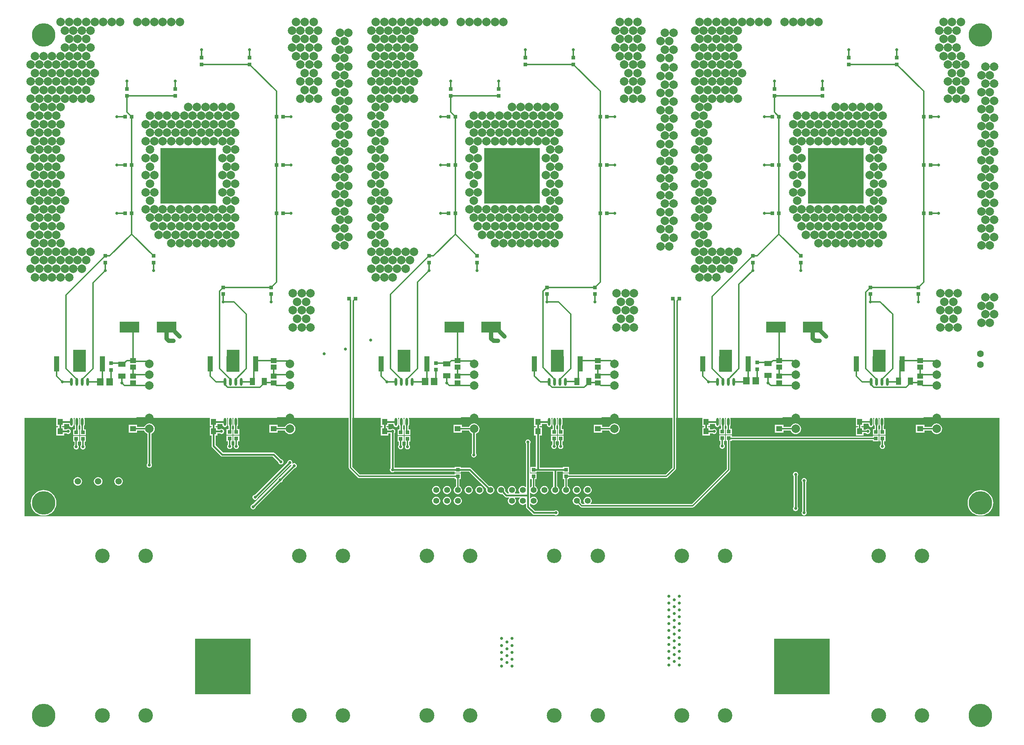
<source format=gtl>
G04*
G04 #@! TF.GenerationSoftware,Altium Limited,Altium Designer,18.1.11 (251)*
G04*
G04 Layer_Physical_Order=1*
G04 Layer_Color=255*
%FSLAX25Y25*%
%MOIN*%
G70*
G01*
G75*
%ADD14C,0.03937*%
%ADD15C,0.01181*%
%ADD16O,0.02362X0.07284*%
%ADD17R,0.03543X0.03347*%
%ADD18R,0.18110X0.10236*%
%ADD19R,0.05118X0.05709*%
%ADD20R,0.05709X0.05118*%
%ADD21R,0.05118X0.07087*%
%ADD22R,0.04528X0.14173*%
%ADD23R,0.06299X0.06693*%
%ADD24R,0.07087X0.05118*%
%ADD25R,0.03347X0.03543*%
%ADD44C,0.01575*%
%ADD45C,0.05512*%
%ADD46C,0.13386*%
%ADD47O,0.13780X0.13386*%
%ADD48C,0.06299*%
%ADD49C,0.07874*%
%ADD50R,0.11811X0.11811*%
%ADD51C,0.21654*%
%ADD52C,0.05906*%
%ADD53C,0.02756*%
%ADD54C,0.03937*%
G36*
X798034Y358268D02*
X798034Y337894D01*
X786322Y337894D01*
X786322Y358268D01*
X798034Y358268D01*
D02*
G37*
G36*
X656007D02*
X656007Y337894D01*
X644294Y337894D01*
X644294Y358268D01*
X656007Y358268D01*
D02*
G37*
G36*
X500551D02*
X500551Y337894D01*
X488839Y337894D01*
X488839Y358268D01*
X500551Y358268D01*
D02*
G37*
G36*
X358819D02*
X358819Y337894D01*
X347106Y337894D01*
X347106Y358268D01*
X358819Y358268D01*
D02*
G37*
G36*
X200649D02*
X200649Y337894D01*
X188936Y337894D01*
X188937Y358268D01*
X200649Y358268D01*
D02*
G37*
G36*
X58858D02*
X58858Y337894D01*
X47146Y337894D01*
X47146Y358268D01*
X58858Y358268D01*
D02*
G37*
G36*
X903543Y204035D02*
X1969D01*
Y295276D01*
X31038D01*
X31481Y295138D01*
Y287429D01*
X33217D01*
Y286477D01*
X31481D01*
Y278768D01*
X38599D01*
Y280800D01*
X40912D01*
X41537Y280382D01*
X42465Y280198D01*
X43393Y280382D01*
X44179Y280908D01*
X44705Y281695D01*
X44889Y282622D01*
X44705Y283550D01*
X44179Y284337D01*
X43393Y284862D01*
X42465Y285047D01*
X41537Y284862D01*
X40912Y284445D01*
X38599D01*
Y286477D01*
X36862D01*
Y287429D01*
X38599D01*
Y289461D01*
X43269D01*
Y288823D01*
X43438Y287972D01*
X43920Y287250D01*
X44642Y286768D01*
X45493Y286599D01*
X46344Y286768D01*
X47065Y287250D01*
X47547Y287972D01*
X47716Y288823D01*
Y293744D01*
X47547Y294595D01*
X47387Y294835D01*
X47623Y295276D01*
X48362D01*
X48598Y294835D01*
X48438Y294595D01*
X48269Y293744D01*
Y288823D01*
X48438Y287972D01*
X48871Y287324D01*
Y284508D01*
X47130D01*
Y279161D01*
X52674D01*
Y284508D01*
X52114D01*
Y287324D01*
X52547Y287972D01*
X52716Y288823D01*
Y293744D01*
X52547Y294595D01*
X52387Y294835D01*
X52623Y295276D01*
X53363D01*
X53598Y294835D01*
X53438Y294595D01*
X53269Y293744D01*
Y288823D01*
X53438Y287972D01*
X53871Y287324D01*
Y284508D01*
X53312D01*
Y279161D01*
X58855D01*
Y284508D01*
X57114D01*
Y287324D01*
X57547Y287972D01*
X57716Y288823D01*
Y293744D01*
X57547Y294595D01*
X57387Y294835D01*
X57623Y295276D01*
X172829D01*
X173272Y295138D01*
Y287429D01*
X175008D01*
Y286477D01*
X173272D01*
Y278768D01*
X175008D01*
Y269232D01*
X175008Y269232D01*
X175147Y268535D01*
X175542Y267944D01*
X183554Y259932D01*
X183554Y259932D01*
X184145Y259537D01*
X184843Y259398D01*
X231529D01*
X236688Y254239D01*
X236835Y253501D01*
X237360Y252715D01*
X238147Y252189D01*
X239075Y252005D01*
X240003Y252189D01*
X240789Y252715D01*
X241315Y253501D01*
X241499Y254429D01*
X241315Y255357D01*
X240789Y256144D01*
X240003Y256669D01*
X239265Y256816D01*
X233572Y262509D01*
X232981Y262904D01*
X232283Y263043D01*
X232283Y263043D01*
X185597D01*
X178653Y269987D01*
Y278768D01*
X180390D01*
Y280800D01*
X182703D01*
X183328Y280382D01*
X184256Y280198D01*
X185184Y280382D01*
X185970Y280908D01*
X186496Y281695D01*
X186680Y282622D01*
X186496Y283550D01*
X185970Y284337D01*
X185184Y284862D01*
X184256Y285047D01*
X183328Y284862D01*
X182703Y284445D01*
X180390D01*
Y286477D01*
X178653D01*
Y287429D01*
X180390D01*
Y289461D01*
X185060D01*
Y288823D01*
X185229Y287972D01*
X185711Y287250D01*
X186433Y286768D01*
X187284Y286599D01*
X188135Y286768D01*
X188856Y287250D01*
X189338Y287972D01*
X189507Y288823D01*
Y293744D01*
X189338Y294595D01*
X189178Y294835D01*
X189414Y295276D01*
X190153D01*
X190389Y294835D01*
X190229Y294595D01*
X190060Y293744D01*
Y288823D01*
X190229Y287972D01*
X190662Y287324D01*
Y284929D01*
X188921D01*
Y279583D01*
X194465D01*
Y284929D01*
X193905D01*
Y287324D01*
X194338Y287972D01*
X194507Y288823D01*
Y293744D01*
X194338Y294595D01*
X194178Y294835D01*
X194414Y295276D01*
X195153D01*
X195389Y294835D01*
X195229Y294595D01*
X195060Y293744D01*
Y288823D01*
X195229Y287972D01*
X195662Y287324D01*
Y284929D01*
X195102D01*
Y279583D01*
X200646D01*
Y284929D01*
X198905D01*
Y287324D01*
X199338Y287972D01*
X199507Y288823D01*
Y293744D01*
X199338Y294595D01*
X199178Y294835D01*
X199414Y295276D01*
X301823D01*
Y249016D01*
X301947Y248395D01*
X302298Y247869D01*
X310271Y239897D01*
X310797Y239545D01*
X311417Y239422D01*
X399866D01*
Y238370D01*
X401016D01*
Y231740D01*
X400744Y231627D01*
X399959Y231025D01*
X399357Y230241D01*
X398979Y229327D01*
X398850Y228346D01*
X398979Y227366D01*
X399357Y226452D01*
X399959Y225668D01*
X400744Y225066D01*
X401657Y224687D01*
X402638Y224558D01*
X403618Y224687D01*
X404532Y225066D01*
X405316Y225668D01*
X405919Y226452D01*
X406297Y227366D01*
X406426Y228346D01*
X406297Y229327D01*
X405919Y230241D01*
X405316Y231025D01*
X404532Y231627D01*
X404259Y231740D01*
Y238370D01*
X405409D01*
Y243717D01*
X399866D01*
Y242665D01*
X312089D01*
X305067Y249688D01*
Y295276D01*
X330999D01*
X331442Y295138D01*
Y287429D01*
X333178D01*
Y286477D01*
X331442D01*
Y278768D01*
X338560D01*
Y280800D01*
X340500D01*
Y248600D01*
X340083Y247975D01*
X339898Y247047D01*
X340083Y246119D01*
X340608Y245333D01*
X341395Y244807D01*
X342323Y244623D01*
X343251Y244807D01*
X344023Y245323D01*
X399866D01*
Y244472D01*
X405409D01*
Y245323D01*
X413084D01*
X429008Y229399D01*
X428979Y229327D01*
X428850Y228346D01*
X428979Y227366D01*
X429357Y226452D01*
X429959Y225668D01*
X430744Y225066D01*
X431657Y224687D01*
X432638Y224558D01*
X433618Y224687D01*
X434532Y225066D01*
X435317Y225668D01*
X435919Y226452D01*
X436297Y227366D01*
X436426Y228346D01*
X436297Y229327D01*
X435919Y230241D01*
X435317Y231025D01*
X434532Y231627D01*
X433618Y232006D01*
X432638Y232135D01*
X431657Y232006D01*
X431586Y231976D01*
X415127Y248434D01*
X414536Y248829D01*
X413839Y248968D01*
X413838Y248968D01*
X405409D01*
Y249819D01*
X399866D01*
Y248968D01*
X344145D01*
Y280916D01*
X344666Y281695D01*
X344850Y282622D01*
X344666Y283550D01*
X344140Y284337D01*
X343354Y284862D01*
X342426Y285047D01*
X341498Y284862D01*
X340873Y284445D01*
X338560D01*
Y286477D01*
X336823D01*
Y287429D01*
X338560D01*
Y289461D01*
X343230D01*
Y288823D01*
X343399Y287972D01*
X343881Y287250D01*
X344602Y286768D01*
X345453Y286599D01*
X346304Y286768D01*
X347026Y287250D01*
X347508Y287972D01*
X347677Y288823D01*
Y293744D01*
X347508Y294595D01*
X347348Y294835D01*
X347584Y295276D01*
X348323D01*
X348559Y294835D01*
X348399Y294595D01*
X348230Y293744D01*
Y288823D01*
X348399Y287972D01*
X348832Y287324D01*
Y284606D01*
X347091D01*
Y279260D01*
X352635D01*
Y284606D01*
X352075D01*
Y287324D01*
X352508Y287972D01*
X352677Y288823D01*
Y293744D01*
X352508Y294595D01*
X352348Y294835D01*
X352584Y295276D01*
X353323D01*
X353559Y294835D01*
X353399Y294595D01*
X353229Y293744D01*
Y288823D01*
X353399Y287972D01*
X353832Y287324D01*
Y284606D01*
X353272D01*
Y279260D01*
X358816D01*
Y284606D01*
X357075D01*
Y287324D01*
X357508Y287972D01*
X357677Y288823D01*
Y293744D01*
X357508Y294595D01*
X357348Y294835D01*
X357583Y295276D01*
X472731D01*
X473174Y295138D01*
Y287429D01*
X474910D01*
Y286477D01*
X473174D01*
Y278768D01*
X474910D01*
Y249819D01*
X469866D01*
Y244472D01*
X475410D01*
Y245323D01*
X490815D01*
Y231657D01*
X490744Y231627D01*
X489959Y231025D01*
X489357Y230241D01*
X488979Y229327D01*
X488849Y228346D01*
X488979Y227366D01*
X489357Y226452D01*
X489959Y225668D01*
X490744Y225066D01*
X491657Y224687D01*
X492638Y224558D01*
X493618Y224687D01*
X494532Y225066D01*
X495317Y225668D01*
X495919Y226452D01*
X496297Y227366D01*
X496426Y228346D01*
X496297Y229327D01*
X495919Y230241D01*
X495317Y231025D01*
X494532Y231627D01*
X494460Y231657D01*
Y245323D01*
X499866D01*
Y244472D01*
X505409D01*
Y249819D01*
X499866D01*
Y248968D01*
X492717D01*
X492717Y248968D01*
X492717Y248968D01*
X478555D01*
Y278768D01*
X480292D01*
Y286477D01*
X478555D01*
Y287429D01*
X480292D01*
Y289461D01*
X484962D01*
Y288823D01*
X485131Y287972D01*
X485613Y287250D01*
X486335Y286768D01*
X487186Y286599D01*
X488037Y286768D01*
X488758Y287250D01*
X489240Y287972D01*
X489409Y288823D01*
Y293744D01*
X489240Y294595D01*
X489080Y294835D01*
X489316Y295276D01*
X490056D01*
X490291Y294835D01*
X490131Y294595D01*
X489962Y293744D01*
Y288823D01*
X490131Y287972D01*
X490564Y287324D01*
Y284929D01*
X488824D01*
Y279583D01*
X494367D01*
Y284929D01*
X493807D01*
Y287324D01*
X494240Y287972D01*
X494410Y288823D01*
Y293744D01*
X494240Y294595D01*
X494080Y294835D01*
X494316Y295276D01*
X495055D01*
X495291Y294835D01*
X495131Y294595D01*
X494962Y293744D01*
Y288823D01*
X495131Y287972D01*
X495564Y287324D01*
Y284929D01*
X495005D01*
Y279583D01*
X500548D01*
Y284929D01*
X498807D01*
Y287324D01*
X499240Y287972D01*
X499409Y288823D01*
Y293744D01*
X499240Y294595D01*
X499080Y294835D01*
X499316Y295276D01*
X601036D01*
Y248900D01*
X594801Y242665D01*
X505409D01*
Y243717D01*
X499866D01*
Y238370D01*
X501016D01*
Y231740D01*
X500744Y231627D01*
X499959Y231025D01*
X499357Y230241D01*
X498979Y229327D01*
X498849Y228346D01*
X498979Y227366D01*
X499357Y226452D01*
X499959Y225668D01*
X500744Y225066D01*
X501657Y224687D01*
X502638Y224558D01*
X503618Y224687D01*
X504532Y225066D01*
X505316Y225668D01*
X505919Y226452D01*
X506297Y227366D01*
X506426Y228346D01*
X506297Y229327D01*
X505919Y230241D01*
X505316Y231025D01*
X504532Y231627D01*
X504259Y231740D01*
Y238370D01*
X505409D01*
Y239422D01*
X595472D01*
X596093Y239545D01*
X596619Y239897D01*
X603804Y247082D01*
X604156Y247608D01*
X604279Y248228D01*
Y295276D01*
X628187D01*
X628629Y295138D01*
Y287429D01*
X630366D01*
Y286477D01*
X628629D01*
Y278768D01*
X635747D01*
Y280800D01*
X638061D01*
X638686Y280382D01*
X639613Y280198D01*
X640541Y280382D01*
X641328Y280908D01*
X641853Y281695D01*
X642038Y282622D01*
X641853Y283550D01*
X641328Y284337D01*
X640541Y284862D01*
X639613Y285047D01*
X638686Y284862D01*
X638061Y284445D01*
X635747D01*
Y286477D01*
X634011D01*
Y287429D01*
X635747D01*
Y289461D01*
X640417D01*
Y288823D01*
X640587Y287972D01*
X641069Y287250D01*
X641790Y286768D01*
X642641Y286599D01*
X643492Y286768D01*
X644214Y287250D01*
X644696Y287972D01*
X644865Y288823D01*
Y293744D01*
X644696Y294595D01*
X644536Y294835D01*
X644771Y295276D01*
X645511D01*
X645747Y294835D01*
X645587Y294595D01*
X645417Y293744D01*
Y288823D01*
X645587Y287972D01*
X646020Y287324D01*
Y285197D01*
X644279D01*
Y279850D01*
X649822D01*
Y285197D01*
X649263D01*
Y287324D01*
X649696Y287972D01*
X649865Y288823D01*
Y293744D01*
X649696Y294595D01*
X649536Y294835D01*
X649771Y295276D01*
X650511D01*
X650747Y294835D01*
X650587Y294595D01*
X650417Y293744D01*
Y288823D01*
X650587Y287972D01*
X651019Y287324D01*
Y285197D01*
X650460D01*
Y279850D01*
X656003D01*
Y285197D01*
X654263D01*
Y287324D01*
X654696Y287972D01*
X654865Y288823D01*
Y293744D01*
X654696Y294595D01*
X654536Y294835D01*
X654771Y295276D01*
X770214D01*
X770657Y295138D01*
Y287429D01*
X772594D01*
Y286477D01*
X770657D01*
Y278768D01*
X777775D01*
Y281001D01*
X779865D01*
X779927Y280908D01*
X780713Y280382D01*
X781641Y280198D01*
X782569Y280382D01*
X783356Y280908D01*
X783881Y281695D01*
X784066Y282622D01*
X783881Y283550D01*
X783356Y284337D01*
X782569Y284862D01*
X781641Y285047D01*
X780713Y284862D01*
X779927Y284337D01*
X779865Y284244D01*
X777775D01*
Y286477D01*
X775838D01*
Y287429D01*
X777775D01*
Y289662D01*
X782445D01*
Y288823D01*
X782614Y287972D01*
X783096Y287250D01*
X783818Y286768D01*
X784669Y286599D01*
X785520Y286768D01*
X786241Y287250D01*
X786723Y287972D01*
X786893Y288823D01*
Y293744D01*
X786723Y294595D01*
X786563Y294835D01*
X786799Y295276D01*
X787539D01*
X787774Y294835D01*
X787614Y294595D01*
X787445Y293744D01*
Y288823D01*
X787614Y287972D01*
X788047Y287324D01*
Y284929D01*
X786307D01*
Y279583D01*
X791850D01*
Y284929D01*
X791291D01*
Y287324D01*
X791723Y287972D01*
X791893Y288823D01*
Y293744D01*
X791723Y294595D01*
X791563Y294835D01*
X791799Y295276D01*
X792539D01*
X792774Y294835D01*
X792614Y294595D01*
X792445Y293744D01*
Y288823D01*
X792614Y287972D01*
X793047Y287324D01*
Y284929D01*
X792488D01*
Y279583D01*
X798031D01*
Y284929D01*
X796290D01*
Y287324D01*
X796723Y287972D01*
X796893Y288823D01*
Y293744D01*
X796723Y294595D01*
X796563Y294835D01*
X796799Y295276D01*
X903543D01*
Y204035D01*
D02*
G37*
%LPC*%
G36*
X845299Y290066D02*
X844010Y289896D01*
X842809Y289399D01*
X841778Y288608D01*
X840986Y287576D01*
X840627Y286708D01*
X833956D01*
Y288645D01*
X826248D01*
Y281527D01*
X833956D01*
Y283465D01*
X840627D01*
X840986Y282597D01*
X841778Y281565D01*
X842809Y280774D01*
X844010Y280276D01*
X845299Y280107D01*
X846588Y280276D01*
X847789Y280774D01*
X848820Y281565D01*
X849611Y282597D01*
X850109Y283798D01*
X850278Y285086D01*
X850109Y286375D01*
X849611Y287576D01*
X848820Y288608D01*
X847789Y289399D01*
X846588Y289896D01*
X845299Y290066D01*
D02*
G37*
G36*
X714948D02*
X713659Y289896D01*
X712459Y289399D01*
X711427Y288608D01*
X710636Y287576D01*
X710276Y286708D01*
X703603D01*
Y288645D01*
X695894D01*
Y281527D01*
X703603D01*
Y283465D01*
X710276D01*
X710636Y282597D01*
X711427Y281565D01*
X712459Y280774D01*
X713659Y280276D01*
X714948Y280107D01*
X716237Y280276D01*
X717438Y280774D01*
X718469Y281565D01*
X719261Y282597D01*
X719758Y283798D01*
X719928Y285086D01*
X719758Y286375D01*
X719261Y287576D01*
X718469Y288608D01*
X717438Y289399D01*
X716237Y289896D01*
X714948Y290066D01*
D02*
G37*
G36*
X547422D02*
X546133Y289896D01*
X544932Y289399D01*
X543901Y288608D01*
X543110Y287576D01*
X542750Y286708D01*
X536060D01*
Y288645D01*
X528352D01*
Y281527D01*
X536060D01*
Y283465D01*
X542750D01*
X543110Y282597D01*
X543901Y281565D01*
X544932Y280774D01*
X546133Y280276D01*
X547422Y280107D01*
X548711Y280276D01*
X549912Y280774D01*
X550943Y281565D01*
X551735Y282597D01*
X552232Y283798D01*
X552402Y285086D01*
X552232Y286375D01*
X551735Y287576D01*
X550943Y288608D01*
X549912Y289399D01*
X548711Y289896D01*
X547422Y290066D01*
D02*
G37*
G36*
X417677D02*
X416389Y289896D01*
X415188Y289399D01*
X414156Y288608D01*
X413365Y287576D01*
X413005Y286708D01*
X406374D01*
Y288645D01*
X398665D01*
Y281527D01*
X406374D01*
Y283465D01*
X413005D01*
X413365Y282597D01*
X414156Y281565D01*
X415188Y280774D01*
X415697Y280563D01*
Y262478D01*
X415280Y261853D01*
X415095Y260925D01*
X415280Y259997D01*
X415805Y259211D01*
X416592Y258685D01*
X417520Y258501D01*
X418447Y258685D01*
X419234Y259211D01*
X419760Y259997D01*
X419944Y260925D01*
X419760Y261853D01*
X419342Y262478D01*
Y280432D01*
X420167Y280774D01*
X421198Y281565D01*
X421990Y282597D01*
X422487Y283798D01*
X422657Y285086D01*
X422487Y286375D01*
X421990Y287576D01*
X421198Y288608D01*
X420167Y289399D01*
X418966Y289896D01*
X417677Y290066D01*
D02*
G37*
G36*
X247520D02*
X246231Y289896D01*
X245030Y289399D01*
X243999Y288608D01*
X243207Y287576D01*
X242848Y286708D01*
X236217D01*
Y288645D01*
X228508D01*
Y281527D01*
X236217D01*
Y283465D01*
X242848D01*
X243207Y282597D01*
X243999Y281565D01*
X245030Y280774D01*
X246231Y280276D01*
X247520Y280107D01*
X248809Y280276D01*
X250010Y280774D01*
X251041Y281565D01*
X251832Y282597D01*
X252330Y283798D01*
X252500Y285086D01*
X252330Y286375D01*
X251832Y287576D01*
X251041Y288608D01*
X250010Y289399D01*
X248809Y289896D01*
X247520Y290066D01*
D02*
G37*
G36*
X117461D02*
X116172Y289896D01*
X114971Y289399D01*
X113939Y288608D01*
X113148Y287576D01*
X112788Y286708D01*
X106158D01*
Y288645D01*
X98449D01*
Y281527D01*
X106158D01*
Y283465D01*
X112788D01*
X113148Y282597D01*
X113939Y281565D01*
X114971Y280774D01*
X115638Y280498D01*
Y252990D01*
X115220Y252365D01*
X115036Y251437D01*
X115220Y250509D01*
X115746Y249723D01*
X116533Y249197D01*
X117461Y249013D01*
X118388Y249197D01*
X119175Y249723D01*
X119701Y250509D01*
X119885Y251437D01*
X119701Y252365D01*
X119283Y252990D01*
Y280498D01*
X119950Y280774D01*
X120982Y281565D01*
X121773Y282597D01*
X122270Y283798D01*
X122440Y285086D01*
X122270Y286375D01*
X121773Y287576D01*
X120982Y288608D01*
X119950Y289399D01*
X118749Y289896D01*
X117461Y290066D01*
D02*
G37*
G36*
X656003Y279094D02*
X650460D01*
Y273748D01*
X651331D01*
Y247621D01*
X619112Y215401D01*
X525742D01*
X525496Y215901D01*
X525919Y216452D01*
X526297Y217366D01*
X526426Y218347D01*
X526297Y219327D01*
X525919Y220241D01*
X525316Y221025D01*
X524532Y221627D01*
X523618Y222006D01*
X522638Y222135D01*
X521657Y222006D01*
X520744Y221627D01*
X519959Y221025D01*
X519357Y220241D01*
X518979Y219327D01*
X518850Y218347D01*
X518979Y217366D01*
X519357Y216452D01*
X519780Y215901D01*
X519533Y215401D01*
X517876D01*
X516184Y217093D01*
X516297Y217366D01*
X516426Y218347D01*
X516297Y219327D01*
X515919Y220241D01*
X515316Y221025D01*
X514532Y221627D01*
X513618Y222006D01*
X512638Y222135D01*
X511657Y222006D01*
X510744Y221627D01*
X509959Y221025D01*
X509357Y220241D01*
X508979Y219327D01*
X508849Y218347D01*
X508979Y217366D01*
X509357Y216452D01*
X509959Y215668D01*
X510744Y215066D01*
X511657Y214687D01*
X512638Y214558D01*
X513618Y214687D01*
X513891Y214800D01*
X516058Y212633D01*
X516584Y212281D01*
X517205Y212158D01*
X619783D01*
X620404Y212281D01*
X620930Y212633D01*
X654100Y245802D01*
X654451Y246328D01*
X654574Y246949D01*
Y273748D01*
X656003D01*
Y274532D01*
X786307Y274532D01*
Y273480D01*
X791850D01*
Y278827D01*
X786307D01*
Y277775D01*
X656003Y277775D01*
Y279094D01*
D02*
G37*
G36*
X649822D02*
X644279D01*
Y273748D01*
X645429D01*
Y270772D01*
X645336Y270710D01*
X644811Y269923D01*
X644626Y268996D01*
X644811Y268068D01*
X645336Y267281D01*
X646123Y266756D01*
X647051Y266571D01*
X647978Y266756D01*
X648765Y267281D01*
X649291Y268068D01*
X649475Y268996D01*
X649291Y269923D01*
X648765Y270710D01*
X648672Y270772D01*
Y273748D01*
X649822D01*
Y279094D01*
D02*
G37*
G36*
X200646Y278827D02*
X195102D01*
Y273480D01*
X196252D01*
Y270504D01*
X196160Y270443D01*
X195634Y269656D01*
X195449Y268728D01*
X195634Y267800D01*
X196160Y267014D01*
X196946Y266488D01*
X197874Y266303D01*
X198802Y266488D01*
X199588Y267014D01*
X200114Y267800D01*
X200299Y268728D01*
X200114Y269656D01*
X199588Y270443D01*
X199496Y270504D01*
Y273480D01*
X200646D01*
Y278827D01*
D02*
G37*
G36*
X194465D02*
X188921D01*
Y273480D01*
X190071D01*
Y270504D01*
X189979Y270443D01*
X189453Y269656D01*
X189268Y268728D01*
X189453Y267800D01*
X189979Y267014D01*
X190765Y266488D01*
X191693Y266303D01*
X192621Y266488D01*
X193407Y267014D01*
X193933Y267800D01*
X194117Y268728D01*
X193933Y269656D01*
X193407Y270443D01*
X193315Y270504D01*
Y273480D01*
X194465D01*
Y278827D01*
D02*
G37*
G36*
X500548Y278827D02*
X495005D01*
Y273480D01*
X496154D01*
Y270504D01*
X496062Y270443D01*
X495536Y269656D01*
X495352Y268728D01*
X495536Y267800D01*
X496062Y267014D01*
X496848Y266488D01*
X497776Y266303D01*
X498704Y266488D01*
X499491Y267014D01*
X500016Y267800D01*
X500201Y268728D01*
X500016Y269656D01*
X499491Y270443D01*
X499398Y270504D01*
Y273480D01*
X500548D01*
Y278827D01*
D02*
G37*
G36*
X494367D02*
X488824D01*
Y273480D01*
X489973D01*
Y270504D01*
X489881Y270443D01*
X489355Y269656D01*
X489171Y268728D01*
X489355Y267800D01*
X489881Y267014D01*
X490667Y266488D01*
X491595Y266303D01*
X492523Y266488D01*
X493309Y267014D01*
X493835Y267800D01*
X494020Y268728D01*
X493835Y269656D01*
X493309Y270443D01*
X493217Y270504D01*
Y273480D01*
X494367D01*
Y278827D01*
D02*
G37*
G36*
X798031Y278827D02*
X792488D01*
Y273480D01*
X793638D01*
Y270504D01*
X793545Y270442D01*
X793019Y269656D01*
X792835Y268728D01*
X793019Y267800D01*
X793545Y267014D01*
X794332Y266488D01*
X795259Y266303D01*
X796187Y266488D01*
X796974Y267014D01*
X797499Y267800D01*
X797684Y268728D01*
X797499Y269656D01*
X796974Y270442D01*
X796881Y270504D01*
Y273480D01*
X798031D01*
Y278827D01*
D02*
G37*
G36*
X358816Y278504D02*
X353272D01*
Y273157D01*
X354422D01*
Y270181D01*
X354329Y270120D01*
X353804Y269333D01*
X353619Y268405D01*
X353804Y267477D01*
X354329Y266691D01*
X355116Y266165D01*
X356044Y265981D01*
X356972Y266165D01*
X357758Y266691D01*
X358284Y267477D01*
X358468Y268405D01*
X358284Y269333D01*
X357758Y270120D01*
X357666Y270181D01*
Y273157D01*
X358816D01*
Y278504D01*
D02*
G37*
G36*
X352635D02*
X347091D01*
Y273157D01*
X348241D01*
Y270181D01*
X348148Y270120D01*
X347623Y269333D01*
X347438Y268405D01*
X347623Y267477D01*
X348148Y266691D01*
X348935Y266165D01*
X349863Y265981D01*
X350791Y266165D01*
X351577Y266691D01*
X352103Y267477D01*
X352287Y268405D01*
X352103Y269333D01*
X351577Y270120D01*
X351484Y270181D01*
Y273157D01*
X352635D01*
Y278504D01*
D02*
G37*
G36*
X58855Y278405D02*
X53312D01*
Y273059D01*
X54461D01*
Y270083D01*
X54369Y270021D01*
X53843Y269234D01*
X53659Y268307D01*
X53843Y267379D01*
X54369Y266592D01*
X55155Y266067D01*
X56083Y265882D01*
X57011Y266067D01*
X57798Y266592D01*
X58323Y267379D01*
X58508Y268307D01*
X58323Y269234D01*
X57798Y270021D01*
X57705Y270083D01*
Y273059D01*
X58855D01*
Y278405D01*
D02*
G37*
G36*
X52674D02*
X47130D01*
Y273059D01*
X48280D01*
Y270083D01*
X48188Y270021D01*
X47662Y269234D01*
X47477Y268307D01*
X47662Y267379D01*
X48188Y266592D01*
X48974Y266067D01*
X49902Y265882D01*
X50830Y266067D01*
X51617Y266592D01*
X52142Y267379D01*
X52327Y268307D01*
X52142Y269234D01*
X51617Y270021D01*
X51524Y270083D01*
Y273059D01*
X52674D01*
Y278405D01*
D02*
G37*
G36*
X247342Y256165D02*
X246415Y255980D01*
X245628Y255455D01*
X245103Y254668D01*
X244956Y253931D01*
X215095Y224070D01*
X214358Y223923D01*
X213571Y223398D01*
X213046Y222611D01*
X212861Y221683D01*
X213046Y220756D01*
X213571Y219969D01*
X214358Y219443D01*
X215286Y219259D01*
X216213Y219443D01*
X217000Y219969D01*
X217526Y220756D01*
X217672Y221493D01*
X247533Y251354D01*
X248270Y251500D01*
X248425Y251604D01*
X248899Y251327D01*
X248903Y250988D01*
X238048Y240133D01*
X237556Y240035D01*
X236770Y239510D01*
X236244Y238723D01*
X236146Y238232D01*
X213195Y215280D01*
X212458Y215134D01*
X211671Y214608D01*
X211146Y213822D01*
X210961Y212894D01*
X211146Y211966D01*
X211671Y211179D01*
X212458Y210654D01*
X213386Y210469D01*
X214314Y210654D01*
X215100Y211179D01*
X215626Y211966D01*
X215772Y212703D01*
X238447Y235378D01*
X238484Y235371D01*
X239412Y235555D01*
X240199Y236081D01*
X240724Y236867D01*
X240909Y237795D01*
X240901Y237832D01*
X251569Y248499D01*
X252306Y248646D01*
X253092Y249171D01*
X253618Y249958D01*
X253802Y250886D01*
X253618Y251814D01*
X253092Y252600D01*
X252306Y253126D01*
X251378Y253310D01*
X250450Y253126D01*
X250109Y252898D01*
X249659Y253199D01*
X249767Y253740D01*
X249583Y254668D01*
X249057Y255455D01*
X248270Y255980D01*
X247342Y256165D01*
D02*
G37*
G36*
X89075Y240404D02*
X88043Y240268D01*
X87081Y239870D01*
X86256Y239236D01*
X85622Y238411D01*
X85224Y237449D01*
X85088Y236417D01*
X85224Y235385D01*
X85622Y234424D01*
X86256Y233598D01*
X87081Y232965D01*
X88043Y232566D01*
X89075Y232431D01*
X90107Y232566D01*
X91068Y232965D01*
X91894Y233598D01*
X92528Y234424D01*
X92926Y235385D01*
X93062Y236417D01*
X92926Y237449D01*
X92528Y238411D01*
X91894Y239236D01*
X91068Y239870D01*
X90107Y240268D01*
X89075Y240404D01*
D02*
G37*
G36*
X70177D02*
X69145Y240268D01*
X68184Y239870D01*
X67358Y239236D01*
X66724Y238411D01*
X66326Y237449D01*
X66190Y236417D01*
X66326Y235385D01*
X66724Y234424D01*
X67358Y233598D01*
X68184Y232965D01*
X69145Y232566D01*
X70177Y232431D01*
X71209Y232566D01*
X72171Y232965D01*
X72996Y233598D01*
X73630Y234424D01*
X74028Y235385D01*
X74164Y236417D01*
X74028Y237449D01*
X73630Y238411D01*
X72996Y239236D01*
X72171Y239870D01*
X71209Y240268D01*
X70177Y240404D01*
D02*
G37*
G36*
X51279D02*
X50248Y240268D01*
X49286Y239870D01*
X48460Y239236D01*
X47827Y238411D01*
X47429Y237449D01*
X47293Y236417D01*
X47429Y235385D01*
X47827Y234424D01*
X48460Y233598D01*
X49286Y232965D01*
X50248Y232566D01*
X51279Y232431D01*
X52311Y232566D01*
X53273Y232965D01*
X54099Y233598D01*
X54732Y234424D01*
X55130Y235385D01*
X55266Y236417D01*
X55130Y237449D01*
X54732Y238411D01*
X54099Y239236D01*
X53273Y239870D01*
X52311Y240268D01*
X51279Y240404D01*
D02*
G37*
G36*
X467520Y275259D02*
X466592Y275075D01*
X465805Y274549D01*
X465280Y273762D01*
X465095Y272835D01*
X465280Y271907D01*
X465697Y271282D01*
Y231290D01*
X465197Y231117D01*
X464532Y231627D01*
X463618Y232006D01*
X462638Y232135D01*
X461657Y232006D01*
X460744Y231627D01*
X459959Y231025D01*
X459357Y230241D01*
X458979Y229327D01*
X458849Y228346D01*
X458979Y227366D01*
X459357Y226452D01*
X459898Y225748D01*
X459763Y225248D01*
X455513D01*
X455378Y225748D01*
X455919Y226452D01*
X456297Y227366D01*
X456426Y228346D01*
X456297Y229327D01*
X455919Y230241D01*
X455316Y231025D01*
X454532Y231627D01*
X453618Y232006D01*
X452638Y232135D01*
X451657Y232006D01*
X450744Y231627D01*
X449959Y231025D01*
X449357Y230241D01*
X448979Y229327D01*
X448849Y228346D01*
X448979Y227366D01*
X449357Y226452D01*
X449898Y225748D01*
X449763Y225248D01*
X448314D01*
X446267Y227294D01*
X446297Y227366D01*
X446426Y228346D01*
X446297Y229327D01*
X445919Y230241D01*
X445317Y231025D01*
X444532Y231627D01*
X443618Y232006D01*
X442638Y232135D01*
X441657Y232006D01*
X440744Y231627D01*
X439959Y231025D01*
X439357Y230241D01*
X438979Y229327D01*
X438849Y228346D01*
X438979Y227366D01*
X439357Y226452D01*
X439959Y225668D01*
X440744Y225066D01*
X441657Y224687D01*
X442638Y224558D01*
X443618Y224687D01*
X443690Y224717D01*
X446270Y222137D01*
X446270Y222136D01*
X446862Y221742D01*
X447559Y221603D01*
X449934D01*
X450095Y221129D01*
X449959Y221025D01*
X449357Y220241D01*
X448979Y219327D01*
X448849Y218347D01*
X448979Y217366D01*
X449357Y216452D01*
X449959Y215668D01*
X450744Y215066D01*
X451657Y214687D01*
X452638Y214558D01*
X453618Y214687D01*
X454532Y215066D01*
X455316Y215668D01*
X455919Y216452D01*
X456297Y217366D01*
X456426Y218347D01*
X456297Y219327D01*
X455919Y220241D01*
X455316Y221025D01*
X455181Y221129D01*
X455342Y221603D01*
X459934D01*
X460095Y221129D01*
X459959Y221025D01*
X459357Y220241D01*
X458979Y219327D01*
X458849Y218347D01*
X458979Y217366D01*
X459357Y216452D01*
X459959Y215668D01*
X460744Y215066D01*
X461657Y214687D01*
X462638Y214558D01*
X463618Y214687D01*
X464532Y215066D01*
X465197Y215576D01*
X465697Y215403D01*
Y212894D01*
X465697Y212894D01*
X465836Y212196D01*
X466231Y211605D01*
X471841Y205995D01*
X471841Y205995D01*
X472433Y205600D01*
X473130Y205461D01*
X473130Y205461D01*
X491853D01*
X492478Y205044D01*
X493405Y204859D01*
X494333Y205044D01*
X495120Y205569D01*
X495646Y206356D01*
X495830Y207283D01*
X495646Y208211D01*
X495120Y208998D01*
X494333Y209523D01*
X493405Y209708D01*
X492478Y209523D01*
X491853Y209106D01*
X473885D01*
X469342Y213649D01*
Y215650D01*
X469842Y215820D01*
X469959Y215668D01*
X470744Y215066D01*
X471657Y214687D01*
X472638Y214558D01*
X473618Y214687D01*
X474532Y215066D01*
X475316Y215668D01*
X475919Y216452D01*
X476297Y217366D01*
X476426Y218347D01*
X476297Y219327D01*
X475919Y220241D01*
X475316Y221025D01*
X474532Y221627D01*
X473618Y222006D01*
X472638Y222135D01*
X471657Y222006D01*
X470744Y221627D01*
X469959Y221025D01*
X469842Y220873D01*
X469342Y221042D01*
Y225650D01*
X469842Y225820D01*
X469959Y225668D01*
X470744Y225066D01*
X471657Y224687D01*
X472638Y224558D01*
X473618Y224687D01*
X474532Y225066D01*
X475316Y225668D01*
X475919Y226452D01*
X476297Y227366D01*
X476426Y228346D01*
X476297Y229327D01*
X475919Y230241D01*
X475316Y231025D01*
X474532Y231627D01*
X474260Y231740D01*
Y238370D01*
X475410D01*
Y243717D01*
X469866D01*
Y238370D01*
X471016D01*
Y231740D01*
X470744Y231627D01*
X469959Y231025D01*
X469842Y230873D01*
X469342Y231043D01*
Y271282D01*
X469760Y271907D01*
X469944Y272835D01*
X469760Y273762D01*
X469234Y274549D01*
X468447Y275075D01*
X467520Y275259D01*
D02*
G37*
G36*
X522638Y232135D02*
X521657Y232006D01*
X520744Y231627D01*
X519959Y231025D01*
X519357Y230241D01*
X518979Y229327D01*
X518850Y228346D01*
X518979Y227366D01*
X519357Y226452D01*
X519959Y225668D01*
X520744Y225066D01*
X521657Y224687D01*
X522638Y224558D01*
X523618Y224687D01*
X524532Y225066D01*
X525316Y225668D01*
X525919Y226452D01*
X526297Y227366D01*
X526426Y228346D01*
X526297Y229327D01*
X525919Y230241D01*
X525316Y231025D01*
X524532Y231627D01*
X523618Y232006D01*
X522638Y232135D01*
D02*
G37*
G36*
X512638D02*
X511657Y232006D01*
X510744Y231627D01*
X509959Y231025D01*
X509357Y230241D01*
X508979Y229327D01*
X508849Y228346D01*
X508979Y227366D01*
X509357Y226452D01*
X509959Y225668D01*
X510744Y225066D01*
X511657Y224687D01*
X512638Y224558D01*
X513618Y224687D01*
X514532Y225066D01*
X515316Y225668D01*
X515919Y226452D01*
X516297Y227366D01*
X516426Y228346D01*
X516297Y229327D01*
X515919Y230241D01*
X515316Y231025D01*
X514532Y231627D01*
X513618Y232006D01*
X512638Y232135D01*
D02*
G37*
G36*
X482638D02*
X481657Y232006D01*
X480744Y231627D01*
X479959Y231025D01*
X479357Y230241D01*
X478979Y229327D01*
X478850Y228346D01*
X478979Y227366D01*
X479357Y226452D01*
X479959Y225668D01*
X480744Y225066D01*
X481657Y224687D01*
X482638Y224558D01*
X483618Y224687D01*
X484532Y225066D01*
X485317Y225668D01*
X485919Y226452D01*
X486297Y227366D01*
X486426Y228346D01*
X486297Y229327D01*
X485919Y230241D01*
X485317Y231025D01*
X484532Y231627D01*
X483618Y232006D01*
X482638Y232135D01*
D02*
G37*
G36*
X422638D02*
X421657Y232006D01*
X420744Y231627D01*
X419959Y231025D01*
X419357Y230241D01*
X418979Y229327D01*
X418850Y228346D01*
X418979Y227366D01*
X419357Y226452D01*
X419959Y225668D01*
X420744Y225066D01*
X421657Y224687D01*
X422638Y224558D01*
X423618Y224687D01*
X424532Y225066D01*
X425316Y225668D01*
X425919Y226452D01*
X426297Y227366D01*
X426426Y228346D01*
X426297Y229327D01*
X425919Y230241D01*
X425316Y231025D01*
X424532Y231627D01*
X423618Y232006D01*
X422638Y232135D01*
D02*
G37*
G36*
X412638D02*
X411657Y232006D01*
X410744Y231627D01*
X409959Y231025D01*
X409357Y230241D01*
X408979Y229327D01*
X408849Y228346D01*
X408979Y227366D01*
X409357Y226452D01*
X409959Y225668D01*
X410744Y225066D01*
X411657Y224687D01*
X412638Y224558D01*
X413618Y224687D01*
X414532Y225066D01*
X415316Y225668D01*
X415919Y226452D01*
X416297Y227366D01*
X416426Y228346D01*
X416297Y229327D01*
X415919Y230241D01*
X415316Y231025D01*
X414532Y231627D01*
X413618Y232006D01*
X412638Y232135D01*
D02*
G37*
G36*
X392638D02*
X391657Y232006D01*
X390744Y231627D01*
X389959Y231025D01*
X389357Y230241D01*
X388979Y229327D01*
X388849Y228346D01*
X388979Y227366D01*
X389357Y226452D01*
X389959Y225668D01*
X390744Y225066D01*
X391657Y224687D01*
X392638Y224558D01*
X393618Y224687D01*
X394532Y225066D01*
X395317Y225668D01*
X395919Y226452D01*
X396297Y227366D01*
X396426Y228346D01*
X396297Y229327D01*
X395919Y230241D01*
X395317Y231025D01*
X394532Y231627D01*
X393618Y232006D01*
X392638Y232135D01*
D02*
G37*
G36*
X382638D02*
X381657Y232006D01*
X380744Y231627D01*
X379959Y231025D01*
X379357Y230241D01*
X378979Y229327D01*
X378850Y228346D01*
X378979Y227366D01*
X379357Y226452D01*
X379959Y225668D01*
X380744Y225066D01*
X381657Y224687D01*
X382638Y224558D01*
X383618Y224687D01*
X384532Y225066D01*
X385316Y225668D01*
X385919Y226452D01*
X386297Y227366D01*
X386426Y228346D01*
X386297Y229327D01*
X385919Y230241D01*
X385316Y231025D01*
X384532Y231627D01*
X383618Y232006D01*
X382638Y232135D01*
D02*
G37*
G36*
X402638Y222135D02*
X401657Y222006D01*
X400744Y221627D01*
X399959Y221025D01*
X399357Y220241D01*
X398979Y219327D01*
X398850Y218347D01*
X398979Y217366D01*
X399357Y216452D01*
X399959Y215668D01*
X400744Y215066D01*
X401657Y214687D01*
X402638Y214558D01*
X403618Y214687D01*
X404532Y215066D01*
X405316Y215668D01*
X405919Y216452D01*
X406297Y217366D01*
X406426Y218347D01*
X406297Y219327D01*
X405919Y220241D01*
X405316Y221025D01*
X404532Y221627D01*
X403618Y222006D01*
X402638Y222135D01*
D02*
G37*
G36*
X392638D02*
X391657Y222006D01*
X390744Y221627D01*
X389959Y221025D01*
X389357Y220241D01*
X388979Y219327D01*
X388849Y218347D01*
X388979Y217366D01*
X389357Y216452D01*
X389959Y215668D01*
X390744Y215066D01*
X391657Y214687D01*
X392638Y214558D01*
X393618Y214687D01*
X394532Y215066D01*
X395317Y215668D01*
X395919Y216452D01*
X396297Y217366D01*
X396426Y218347D01*
X396297Y219327D01*
X395919Y220241D01*
X395317Y221025D01*
X394532Y221627D01*
X393618Y222006D01*
X392638Y222135D01*
D02*
G37*
G36*
X382638D02*
X381657Y222006D01*
X380744Y221627D01*
X379959Y221025D01*
X379357Y220241D01*
X378979Y219327D01*
X378850Y218347D01*
X378979Y217366D01*
X379357Y216452D01*
X379959Y215668D01*
X380744Y215066D01*
X381657Y214687D01*
X382638Y214558D01*
X383618Y214687D01*
X384532Y215066D01*
X385316Y215668D01*
X385919Y216452D01*
X386297Y217366D01*
X386426Y218347D01*
X386297Y219327D01*
X385919Y220241D01*
X385316Y221025D01*
X384532Y221627D01*
X383618Y222006D01*
X382638Y222135D01*
D02*
G37*
G36*
X714948Y245239D02*
X714020Y245055D01*
X713234Y244529D01*
X712708Y243743D01*
X712524Y242815D01*
X712708Y241887D01*
X713126Y241262D01*
Y212872D01*
X712708Y212247D01*
X712524Y211319D01*
X712708Y210391D01*
X713234Y209605D01*
X714020Y209079D01*
X714948Y208894D01*
X715876Y209079D01*
X716663Y209605D01*
X717188Y210391D01*
X717373Y211319D01*
X717188Y212247D01*
X716771Y212872D01*
Y241262D01*
X717188Y241887D01*
X717373Y242815D01*
X717188Y243743D01*
X716663Y244529D01*
X715876Y245055D01*
X714948Y245239D01*
D02*
G37*
G36*
X722835Y239531D02*
X721907Y239346D01*
X721120Y238821D01*
X720595Y238034D01*
X720410Y237106D01*
X720595Y236178D01*
X721012Y235554D01*
Y208836D01*
X720595Y208211D01*
X720410Y207283D01*
X720595Y206356D01*
X721120Y205569D01*
X721907Y205044D01*
X722835Y204859D01*
X723763Y205044D01*
X724549Y205569D01*
X725075Y206356D01*
X725259Y207283D01*
X725075Y208211D01*
X724657Y208836D01*
Y235554D01*
X725075Y236178D01*
X725259Y237106D01*
X725075Y238034D01*
X724549Y238821D01*
X723763Y239346D01*
X722835Y239531D01*
D02*
G37*
G36*
X885827Y228399D02*
X883971Y228253D01*
X882161Y227818D01*
X880441Y227106D01*
X878854Y226133D01*
X877438Y224924D01*
X876229Y223509D01*
X875257Y221921D01*
X874544Y220201D01*
X874109Y218391D01*
X873963Y216535D01*
X874109Y214680D01*
X874544Y212870D01*
X875257Y211150D01*
X876229Y209562D01*
X877438Y208147D01*
X878854Y206938D01*
X880441Y205965D01*
X882161Y205253D01*
X883971Y204818D01*
X885827Y204672D01*
X887683Y204818D01*
X889493Y205253D01*
X891213Y205965D01*
X892800Y206938D01*
X894215Y208147D01*
X895424Y209562D01*
X896397Y211150D01*
X897110Y212870D01*
X897544Y214680D01*
X897690Y216535D01*
X897544Y218391D01*
X897110Y220201D01*
X896397Y221921D01*
X895424Y223509D01*
X894215Y224924D01*
X892800Y226133D01*
X891213Y227106D01*
X889493Y227818D01*
X887683Y228253D01*
X885827Y228399D01*
D02*
G37*
G36*
X19685D02*
X17829Y228253D01*
X16019Y227818D01*
X14299Y227106D01*
X12712Y226133D01*
X11296Y224924D01*
X10087Y223509D01*
X9115Y221921D01*
X8402Y220201D01*
X7968Y218391D01*
X7822Y216535D01*
X7968Y214680D01*
X8402Y212870D01*
X9115Y211150D01*
X10087Y209562D01*
X11296Y208147D01*
X12712Y206938D01*
X14299Y205965D01*
X16019Y205253D01*
X17829Y204818D01*
X19685Y204672D01*
X21541Y204818D01*
X23351Y205253D01*
X25071Y205965D01*
X26658Y206938D01*
X28074Y208147D01*
X29283Y209562D01*
X30255Y211150D01*
X30968Y212870D01*
X31402Y214680D01*
X31548Y216535D01*
X31402Y218391D01*
X30968Y220201D01*
X30255Y221921D01*
X29283Y223509D01*
X28074Y224924D01*
X26658Y226133D01*
X25071Y227106D01*
X23351Y227818D01*
X21541Y228253D01*
X19685Y228399D01*
D02*
G37*
%LPD*%
D14*
X730775Y379095D02*
X734535D01*
X743059Y370571D01*
X730775Y368583D02*
Y379095D01*
Y368583D02*
X733019Y366339D01*
X737153D01*
X433504Y379095D02*
X437264D01*
X445788Y370571D01*
X433504Y368583D02*
Y379095D01*
Y368583D02*
X435748Y366339D01*
X439882D01*
X135531D02*
X139665D01*
X133287Y368583D02*
X135531Y366339D01*
X133287Y368583D02*
Y379095D01*
X137047D02*
X145571Y370571D01*
X133287Y379095D02*
X137047D01*
D15*
X602658Y248228D02*
Y404134D01*
X595472Y241043D02*
X602658Y248228D01*
X502638Y241043D02*
X595472D01*
X653232Y276154D02*
X789078Y276154D01*
X652964Y276154D02*
X653232D01*
X619783Y213779D02*
X652953Y246949D01*
X517205Y213779D02*
X619783D01*
X512638Y218347D02*
X517205Y213779D01*
X830102Y285110D02*
X830126Y285086D01*
X502638Y228346D02*
Y241043D01*
X417520Y284929D02*
X417677Y285086D01*
X472638Y228346D02*
Y241043D01*
X491595Y268728D02*
Y276154D01*
X497776Y268728D02*
Y276154D01*
X311417Y241043D02*
X402638D01*
X303445Y249016D02*
X311417Y241043D01*
X303445Y249016D02*
Y404134D01*
X402638Y228346D02*
Y241043D01*
X306201Y291283D02*
X328701D01*
X306201D02*
Y403543D01*
X771066Y333858D02*
X776436Y328488D01*
X771066Y333858D02*
Y344998D01*
X776436Y328488D02*
X784669D01*
Y326003D02*
X787204Y323468D01*
X817015D01*
X821105Y327559D01*
X187284Y326003D02*
X189818Y323468D01*
X219629D01*
X223720Y327559D01*
X380926Y328728D02*
X382304Y330106D01*
Y339683D01*
X524901Y327630D02*
X532264D01*
X523622Y327559D02*
Y328909D01*
X519531Y323468D02*
X523622Y327559D01*
X489721Y323468D02*
X519531D01*
X487186Y326003D02*
X489721Y323468D01*
X487186Y326003D02*
Y328488D01*
X605413Y291283D02*
X625889D01*
X605413D02*
Y403543D01*
X652953Y246949D02*
Y276142D01*
X653232Y276154D02*
Y276421D01*
X652953Y276142D02*
X652964Y276154D01*
X795259Y268728D02*
Y276154D01*
X647051Y268996D02*
Y276421D01*
X356044Y268405D02*
Y275831D01*
X349863Y268405D02*
Y275831D01*
X197874Y268728D02*
Y276154D01*
X191693Y268728D02*
Y276154D01*
X56083Y268307D02*
Y275732D01*
X49902Y268307D02*
Y275732D01*
X605413Y403543D02*
X607382Y405512D01*
X306201Y403543D02*
X308169Y405512D01*
X302067D02*
X303445Y404134D01*
X847004Y573780D02*
X847043D01*
X839618D02*
X847004D01*
Y529134D02*
X847043D01*
X839618D02*
X847004D01*
Y484488D02*
X847043D01*
X839618D02*
X847004D01*
X828582Y402446D02*
Y409870D01*
X784160Y402446D02*
Y409870D01*
Y402446D02*
X793168D01*
X794669Y330902D02*
X804613Y340846D01*
X794669Y328488D02*
Y330902D01*
X793168Y402446D02*
X804613Y391001D01*
Y340846D02*
Y391001D01*
X547791Y573780D02*
X547830D01*
X540405D02*
X547791D01*
Y529134D02*
X547830D01*
X540405D02*
X547791D01*
Y484488D02*
X547830D01*
X540405D02*
X547791D01*
X529369Y402446D02*
Y409870D01*
X484947Y402446D02*
Y409870D01*
X497186Y330902D02*
X507130Y340846D01*
X497186Y328488D02*
Y330902D01*
X484947Y402446D02*
X495685D01*
X507130Y391001D01*
Y340846D02*
Y391001D01*
X779724Y411504D02*
X784154Y415933D01*
X779724Y340846D02*
Y411504D01*
X534264Y420866D02*
Y597342D01*
X481299Y412291D02*
X484941Y415933D01*
X481299Y341789D02*
Y412291D01*
Y341789D02*
X492186Y330902D01*
X464961Y622256D02*
X509350D01*
X464862D02*
X464961D01*
X784154Y415933D02*
X828543D01*
X833477Y420866D01*
X764075Y622256D02*
X808563D01*
X833477Y597342D01*
Y420866D02*
Y597342D01*
X484941Y415933D02*
X529331D01*
X534264Y420866D01*
X509350Y622256D02*
X534264Y597342D01*
X182339Y412543D02*
X185728Y415933D01*
X764160Y628398D02*
Y635823D01*
X808582Y628398D02*
Y635823D01*
X464947Y628398D02*
Y635823D01*
X509369Y628398D02*
Y635823D01*
X241154Y573780D02*
X248579D01*
X241154Y484488D02*
X248579D01*
X230118Y402446D02*
Y409870D01*
X185695Y402446D02*
Y409870D01*
X207228Y340846D02*
Y391001D01*
X195783Y402446D02*
X207228Y391001D01*
X185695Y402446D02*
X195783D01*
X235051Y573819D02*
Y597342D01*
X210138Y622256D02*
X235051Y597342D01*
X165650Y622256D02*
X210138D01*
X235051Y529134D02*
Y573819D01*
Y484449D02*
Y529134D01*
Y420866D02*
Y484449D01*
X230118Y415933D02*
X235051Y420866D01*
X185728Y415933D02*
X230118D01*
X182339Y340846D02*
Y412543D01*
X241154Y529134D02*
X248579D01*
X210118Y628398D02*
Y635823D01*
X165695Y628398D02*
Y635823D01*
X121273Y431493D02*
Y438918D01*
X662586Y340846D02*
Y418764D01*
X675315Y431493D01*
X65437Y340846D02*
Y420080D01*
X76850Y431493D01*
X365398Y420789D02*
X376102Y431493D01*
X365398Y340846D02*
Y420789D01*
X637697Y407402D02*
X675315Y445020D01*
X637697Y340846D02*
Y407402D01*
X340509Y409427D02*
X376102Y445020D01*
X340509Y340846D02*
Y409427D01*
X40548Y408718D02*
X76850Y445020D01*
X40548Y340846D02*
Y408718D01*
X695315Y593248D02*
X739737D01*
X695315Y578012D02*
Y593248D01*
Y578012D02*
X699547Y573780D01*
Y465211D02*
Y573780D01*
Y465211D02*
X719737Y445020D01*
X675315D02*
X679357D01*
X699547Y465211D01*
X396102Y593248D02*
X440524D01*
X396102Y578012D02*
Y593248D01*
Y578012D02*
X400334Y573780D01*
Y465211D02*
Y573780D01*
Y465211D02*
X420524Y445020D01*
X376102D02*
X380144D01*
X400334Y465211D01*
X80893Y445020D02*
X101083Y465211D01*
X76850Y445020D02*
X80893D01*
X101083Y465211D02*
X121273Y445020D01*
X101083Y465211D02*
Y484488D01*
Y529134D02*
Y573780D01*
Y484488D02*
Y529134D01*
X96850Y578012D02*
X101083Y573780D01*
X96850Y578012D02*
Y593248D01*
X141273D01*
X689555Y328134D02*
X689834Y327854D01*
X689555D02*
X689834D01*
X92067D02*
X92347D01*
X92067Y328134D02*
X92347Y327854D01*
X392284Y328134D02*
X392564Y327854D01*
X392284D02*
X392564D01*
X225000Y327630D02*
X232363D01*
X234906Y325086D01*
X646559Y344998D02*
X653724D01*
X491103D02*
X498268D01*
X349371D02*
X356536D01*
X191201D02*
X198366D01*
X49410D02*
X56575D01*
X696720Y379095D02*
X699748Y376066D01*
Y348271D02*
Y376066D01*
X402519Y347681D02*
X415177D01*
X399449Y379095D02*
X402519Y376024D01*
Y348271D02*
Y376024D01*
X102303Y347582D02*
X114961D01*
X102303Y348271D02*
Y376023D01*
X99232Y379095D02*
X102303Y376023D01*
X694043Y348271D02*
X699748D01*
X690573Y344801D02*
X694043Y348271D01*
X396814D02*
X402519D01*
X393344Y344801D02*
X396814Y348271D01*
X92067Y344801D02*
X93128D01*
X96598Y348271D01*
X102303D01*
X114961Y347582D02*
X117461Y345082D01*
X799669Y288897D02*
X805948Y282617D01*
X799669Y288897D02*
Y291283D01*
X657641Y288897D02*
X663921Y282617D01*
X657641Y288897D02*
Y291283D01*
X502186Y288897D02*
X508465Y282617D01*
X502186Y288897D02*
Y291283D01*
X360453Y288897D02*
X366733Y282617D01*
X360453Y288897D02*
Y291283D01*
X60493Y288897D02*
X66772Y282617D01*
X60493Y288897D02*
Y291283D01*
X202284Y288897D02*
Y291283D01*
Y288897D02*
X208563Y282617D01*
X719737Y431493D02*
Y438918D01*
X675315Y431493D02*
Y438918D01*
X685981Y484488D02*
X693405D01*
X685981Y529134D02*
X693405D01*
X685981Y573780D02*
X693405D01*
X695315Y599351D02*
Y606776D01*
X739737Y599351D02*
Y606776D01*
X420524Y431493D02*
Y438918D01*
X376102Y431493D02*
Y438918D01*
X386768Y484488D02*
X394193D01*
X386768Y529134D02*
X394193D01*
X386768Y573780D02*
X394193D01*
X396102Y599351D02*
Y606776D01*
X440524Y599351D02*
Y606776D01*
X141273Y599351D02*
Y606776D01*
X96850Y599351D02*
Y606776D01*
X87555Y573780D02*
X94980D01*
X87555Y529134D02*
X94980D01*
X87555Y484488D02*
X94980D01*
X76850Y431493D02*
Y438918D01*
X21316Y282622D02*
X28741D01*
X21316Y291283D02*
X28741D01*
X163107Y282622D02*
X170531D01*
X163107Y291283D02*
X170531D01*
X321276Y282622D02*
X328701D01*
X463009D02*
X470434D01*
X463009Y291283D02*
X470434D01*
X760492Y282622D02*
X767917D01*
X760492Y291283D02*
X767917D01*
X618464Y282622D02*
X625889D01*
X774216D02*
X781641D01*
X652641Y283114D02*
X653232Y282523D01*
X652641Y283114D02*
Y291283D01*
X647051Y282523D02*
X647641Y283114D01*
Y291283D01*
X689555Y327854D02*
Y328134D01*
Y333777D01*
Y327575D02*
X692043Y325086D01*
X714948D01*
X392284Y327854D02*
Y328134D01*
Y333777D01*
Y327575D02*
X394772Y325086D01*
X417677D01*
X94555D02*
X117461D01*
X92067Y327575D02*
X94555Y325086D01*
X92067Y328134D02*
Y333777D01*
Y327854D02*
Y328134D01*
X232363Y347610D02*
X245020D01*
X214469Y348271D02*
X232363D01*
X212696Y328488D02*
X214173Y329964D01*
X212696Y328488D02*
X212697D01*
X514567Y348271D02*
X532206D01*
X502186Y328909D02*
X512599D01*
X830102Y347610D02*
X842775D01*
X811558Y348271D02*
X830102D01*
X811558Y329964D02*
Y348271D01*
X810082Y328488D02*
X811558Y329964D01*
X774216Y291283D02*
X784669D01*
X774216Y282622D02*
Y291283D01*
X657641Y328488D02*
X669294D01*
X671244Y330437D01*
Y344998D01*
X360453Y328488D02*
X372107D01*
X374056Y330437D01*
Y344998D01*
X214173Y329964D02*
Y342863D01*
X215886Y344576D01*
X212696Y328488D02*
X212696Y328488D01*
X202284D02*
X212696D01*
X810081Y328488D02*
X810082Y328488D01*
X799669D02*
X810082D01*
X810082D01*
X512599Y328909D02*
X512599D01*
X512599D02*
X514075Y330386D01*
X512598Y328909D02*
X512599Y328909D01*
X514075Y343285D02*
X515788Y344998D01*
X514075Y330386D02*
Y343285D01*
X532206Y348271D02*
X544237D01*
X547422Y345086D01*
X679435Y330697D02*
Y340273D01*
X678057Y329319D02*
X679435Y330697D01*
X234906Y325086D02*
X247520D01*
X532264Y327630D02*
X534807Y325086D01*
X547422D01*
X699791Y285086D02*
X714948D01*
X703492Y295086D02*
X714948D01*
X699791Y291386D02*
X703492Y295086D01*
X532265Y285086D02*
X547422D01*
X535966Y295086D02*
X547422D01*
X532265Y291386D02*
X535966Y295086D01*
X402520Y285086D02*
X417677D01*
X406221Y295086D02*
X417677D01*
X402520Y291386D02*
X406221Y295086D01*
X232363Y285086D02*
X247520D01*
X236063Y295086D02*
X247520D01*
X232363Y291386D02*
X236063Y295086D01*
X232363Y333929D02*
X233544Y335110D01*
X232323Y333969D02*
Y341311D01*
Y333969D02*
X232363Y333929D01*
X233544Y335110D02*
X247520D01*
X402520Y333929D02*
X403701Y335110D01*
X402480Y333969D02*
Y341311D01*
Y333969D02*
X402520Y333929D01*
X403701Y335110D02*
X417677D01*
X532265Y333929D02*
X533446Y335110D01*
X532225Y333969D02*
Y341311D01*
Y333969D02*
X532265Y333929D01*
X533446Y335110D02*
X547422D01*
X699791Y333929D02*
X700972Y335110D01*
X699751Y333969D02*
Y341311D01*
Y333969D02*
X699791Y333929D01*
X700972Y335110D02*
X714948D01*
X629039Y333858D02*
Y344998D01*
Y333858D02*
X634409Y328488D01*
X642641D01*
X473583Y333858D02*
Y344998D01*
Y333858D02*
X478953Y328488D01*
X487186D01*
X331851Y333858D02*
Y344998D01*
Y333858D02*
X337221Y328488D01*
X345453D01*
X173681Y333858D02*
Y344998D01*
Y333858D02*
X179051Y328488D01*
X187284D01*
X37260D02*
X45493D01*
X31890Y333858D02*
X37260Y328488D01*
X31890Y333858D02*
Y344998D01*
X102303Y291386D02*
X106004Y295086D01*
X117461D01*
X102303Y285086D02*
X117461D01*
X102303Y334154D02*
X103236Y335086D01*
X117461D01*
X102303Y334154D02*
Y341283D01*
X80807Y328488D02*
X82185Y329866D01*
Y339584D01*
X74095Y330437D02*
Y344998D01*
X72146Y328488D02*
X74095Y330437D01*
X50493Y328488D02*
Y330902D01*
X40548Y340846D02*
X50493Y330902D01*
X55493Y328488D02*
Y330902D01*
X65437Y340846D01*
X197283Y328488D02*
Y330902D01*
X207228Y340846D01*
X192283Y328488D02*
Y330902D01*
X182339Y340846D02*
X192283Y330902D01*
X350453Y328488D02*
Y330902D01*
X340509Y340846D02*
X350453Y330902D01*
X355453Y328488D02*
Y330902D01*
X365398Y340846D01*
X492186Y328488D02*
Y330902D01*
X647641Y328488D02*
Y330902D01*
X637697Y340846D02*
X647641Y330902D01*
X652641Y328488D02*
Y330902D01*
X662586Y340846D01*
X779724D02*
X789669Y330902D01*
Y328488D02*
Y330902D01*
X833779Y295086D02*
X845299D01*
X830102Y291409D02*
X833779Y295086D01*
X830126Y285086D02*
X845299D01*
X832590Y325086D02*
X845299D01*
X830102Y327575D02*
X832590Y325086D01*
X842775Y347610D02*
X845299Y345086D01*
X831323Y335110D02*
X845299D01*
X830102Y333969D02*
X830142Y333929D01*
X830102Y333969D02*
Y341311D01*
X788586Y344998D02*
X795751D01*
X794669Y282846D02*
X795259Y282256D01*
X794669Y282846D02*
Y291283D01*
X789078Y282256D02*
X789669Y282846D01*
Y291283D01*
X497186Y282846D02*
X497776Y282256D01*
X497186Y282846D02*
Y291283D01*
X491595Y282256D02*
X492186Y282846D01*
Y291283D01*
X355453Y282523D02*
X356044Y281933D01*
X355453Y282523D02*
Y291283D01*
X349863Y281933D02*
X350453Y282523D01*
Y291283D01*
X55493Y282425D02*
X56083Y281835D01*
X55493Y282425D02*
Y291283D01*
X49902Y281835D02*
X50493Y282425D01*
Y291283D01*
X712406Y348271D02*
X714905Y345772D01*
X699748Y348271D02*
X712406D01*
X415177Y347681D02*
X417677Y345181D01*
X679435Y346376D02*
X688432D01*
X689317Y345490D01*
X382304Y345785D02*
X391300D01*
X392186Y344899D01*
X91181Y345687D02*
X92067Y344801D01*
X82185Y345687D02*
X91181D01*
X60493Y328488D02*
X72146D01*
X821161Y329007D02*
X822441Y327727D01*
X829803D01*
X523622Y328909D02*
X524901Y327630D01*
X223720Y328909D02*
X225000Y327630D01*
X830142Y333929D02*
X831323Y335110D01*
X245020Y347610D02*
X247520Y345110D01*
X197283Y282846D02*
X197874Y282256D01*
X197283Y282846D02*
Y291705D01*
X191693Y282256D02*
X192283Y282846D01*
Y291705D01*
D16*
X784669Y291283D02*
D03*
X789669D02*
D03*
X794669D02*
D03*
X799669D02*
D03*
X784669Y328488D02*
D03*
X789669D02*
D03*
X794669D02*
D03*
X799669D02*
D03*
X642641Y291283D02*
D03*
X647641D02*
D03*
X652641D02*
D03*
X657641D02*
D03*
X642641Y328488D02*
D03*
X647641D02*
D03*
X652641D02*
D03*
X657641D02*
D03*
X487186Y291283D02*
D03*
X492186D02*
D03*
X497186D02*
D03*
X502186D02*
D03*
X487186Y328488D02*
D03*
X492186D02*
D03*
X497186D02*
D03*
X502186D02*
D03*
X345453Y291283D02*
D03*
X350453D02*
D03*
X355453D02*
D03*
X360453D02*
D03*
X345453Y328488D02*
D03*
X350453D02*
D03*
X355453D02*
D03*
X360453D02*
D03*
X187284Y291283D02*
D03*
X192283D02*
D03*
X197283D02*
D03*
X202284D02*
D03*
X187284Y328488D02*
D03*
X192283D02*
D03*
X197283D02*
D03*
X202284D02*
D03*
X45493Y291283D02*
D03*
X50493D02*
D03*
X55493D02*
D03*
X60493D02*
D03*
X45493Y328488D02*
D03*
X50493D02*
D03*
X55493D02*
D03*
X60493D02*
D03*
D17*
X502638Y247146D02*
D03*
Y241043D02*
D03*
X472638Y247146D02*
D03*
Y241043D02*
D03*
X402638Y247146D02*
D03*
Y241043D02*
D03*
X795259Y282256D02*
D03*
Y276154D02*
D03*
X789078Y282256D02*
D03*
Y276154D02*
D03*
X679435Y340273D02*
D03*
Y346376D02*
D03*
X653232Y282523D02*
D03*
Y276421D02*
D03*
X647051Y282523D02*
D03*
Y276421D02*
D03*
X497776Y282256D02*
D03*
Y276154D02*
D03*
X491595Y282256D02*
D03*
Y276154D02*
D03*
X382304Y339683D02*
D03*
Y345785D02*
D03*
X356044Y281933D02*
D03*
Y275831D02*
D03*
X349863Y281933D02*
D03*
Y275831D02*
D03*
X197874Y282256D02*
D03*
Y276154D02*
D03*
X191693Y282256D02*
D03*
Y276154D02*
D03*
X56083Y281835D02*
D03*
Y275732D02*
D03*
X49902Y281835D02*
D03*
Y275732D02*
D03*
X82185Y339584D02*
D03*
Y345687D02*
D03*
X828543Y409830D02*
D03*
Y415933D02*
D03*
X784154Y409830D02*
D03*
Y415933D02*
D03*
X719737Y438918D02*
D03*
Y445020D02*
D03*
X675315Y438918D02*
D03*
Y445020D02*
D03*
X695315Y599351D02*
D03*
Y593248D02*
D03*
X739737Y599351D02*
D03*
Y593248D02*
D03*
X808563Y628359D02*
D03*
Y622256D02*
D03*
X764173Y628359D02*
D03*
Y622256D02*
D03*
X529331Y409830D02*
D03*
Y415933D02*
D03*
X484941Y409830D02*
D03*
Y415933D02*
D03*
X420524Y438918D02*
D03*
Y445020D02*
D03*
X376102Y438918D02*
D03*
Y445020D02*
D03*
X509350Y628359D02*
D03*
Y622256D02*
D03*
X464961Y628359D02*
D03*
Y622256D02*
D03*
X440524Y599351D02*
D03*
Y593248D02*
D03*
X396102Y599351D02*
D03*
Y593248D02*
D03*
X230118Y415933D02*
D03*
Y409830D02*
D03*
X185728Y415933D02*
D03*
Y409830D02*
D03*
X121273Y445020D02*
D03*
Y438918D02*
D03*
X76850Y445020D02*
D03*
Y438918D02*
D03*
X96850Y593248D02*
D03*
Y599351D02*
D03*
X141273Y593248D02*
D03*
Y599351D02*
D03*
X210138Y622256D02*
D03*
Y628359D02*
D03*
X165650Y622256D02*
D03*
Y628359D02*
D03*
D18*
X133287Y379095D02*
D03*
X99232D02*
D03*
X433504D02*
D03*
X399449D02*
D03*
X730775D02*
D03*
X696720D02*
D03*
D19*
X767917Y282622D02*
D03*
X774216D02*
D03*
X767917Y291283D02*
D03*
X774216D02*
D03*
X625889Y282622D02*
D03*
X632189D02*
D03*
X625889Y291283D02*
D03*
X632189D02*
D03*
X470434Y282622D02*
D03*
X476733D02*
D03*
X470434Y291283D02*
D03*
X476733D02*
D03*
X328701Y282622D02*
D03*
X335001D02*
D03*
X328701Y291283D02*
D03*
X335001D02*
D03*
X170531Y282622D02*
D03*
X176831D02*
D03*
X170531Y291283D02*
D03*
X176831D02*
D03*
X28741Y282622D02*
D03*
X35040D02*
D03*
X28741Y291283D02*
D03*
X35040D02*
D03*
D20*
X830102Y291386D02*
D03*
Y285086D02*
D03*
Y327575D02*
D03*
Y333874D02*
D03*
Y341972D02*
D03*
Y348271D02*
D03*
X699748Y341972D02*
D03*
Y348271D02*
D03*
Y327575D02*
D03*
Y333874D02*
D03*
Y291386D02*
D03*
Y285086D02*
D03*
X532206Y291386D02*
D03*
Y285086D02*
D03*
Y327575D02*
D03*
Y333874D02*
D03*
Y341972D02*
D03*
Y348271D02*
D03*
X402519Y327575D02*
D03*
Y333874D02*
D03*
Y341972D02*
D03*
Y348271D02*
D03*
Y291386D02*
D03*
Y285086D02*
D03*
X232363Y327575D02*
D03*
Y333874D02*
D03*
Y341972D02*
D03*
Y348271D02*
D03*
Y291386D02*
D03*
Y285086D02*
D03*
X102303Y291386D02*
D03*
Y285086D02*
D03*
Y327575D02*
D03*
Y333874D02*
D03*
Y341972D02*
D03*
Y348271D02*
D03*
D21*
X810137Y329007D02*
D03*
X821161D02*
D03*
X512598Y328909D02*
D03*
X523622D02*
D03*
X212697Y328909D02*
D03*
X223720D02*
D03*
D22*
X813271Y344998D02*
D03*
X795751D02*
D03*
X788586D02*
D03*
X771066D02*
D03*
X671244D02*
D03*
X653724D02*
D03*
X646559D02*
D03*
X629039D02*
D03*
X515788D02*
D03*
X498268D02*
D03*
X491103D02*
D03*
X473583D02*
D03*
X374056D02*
D03*
X356536D02*
D03*
X349371D02*
D03*
X331851D02*
D03*
X215886D02*
D03*
X198366D02*
D03*
X191201D02*
D03*
X173681D02*
D03*
X49410D02*
D03*
X31890D02*
D03*
X74095D02*
D03*
X56575D02*
D03*
D23*
X669396Y329319D02*
D03*
X678057D02*
D03*
X372265Y328728D02*
D03*
X380926D02*
D03*
X72146Y328488D02*
D03*
X80807D02*
D03*
D24*
X689513Y345592D02*
D03*
Y334568D02*
D03*
X392284Y345057D02*
D03*
Y334034D02*
D03*
X92067Y344801D02*
D03*
Y333777D02*
D03*
D25*
X693405Y484488D02*
D03*
X699508D02*
D03*
X693405Y529134D02*
D03*
X699508D02*
D03*
X693405Y573780D02*
D03*
X699508D02*
D03*
X394193Y484488D02*
D03*
X400295D02*
D03*
X394193Y529134D02*
D03*
X400295D02*
D03*
X394193Y573780D02*
D03*
X400295D02*
D03*
X101083Y484488D02*
D03*
X94980D02*
D03*
X101083Y529134D02*
D03*
X94980D02*
D03*
X101083Y573780D02*
D03*
X94980D02*
D03*
X601279Y405512D02*
D03*
X607382D02*
D03*
X241154Y484449D02*
D03*
X235051D02*
D03*
X241154Y529134D02*
D03*
X235051D02*
D03*
X241154Y573819D02*
D03*
X235051D02*
D03*
X534303D02*
D03*
X540406D02*
D03*
X534303Y529134D02*
D03*
X540406D02*
D03*
X534303Y484449D02*
D03*
X540406D02*
D03*
X833516Y573819D02*
D03*
X839618D02*
D03*
X833516Y529134D02*
D03*
X839618D02*
D03*
X833516Y484449D02*
D03*
X839618D02*
D03*
X308169Y405512D02*
D03*
X302067D02*
D03*
D44*
X213386Y212894D02*
X251378Y250886D01*
X467520Y223425D02*
Y272835D01*
Y212894D02*
Y223425D01*
X447559D02*
X467520D01*
X442638Y228346D02*
X447559Y223425D01*
X467520Y212894D02*
X473130Y207283D01*
X493405D01*
X714948Y211319D02*
Y242815D01*
X722835Y207283D02*
Y237106D01*
X417520Y260925D02*
Y284929D01*
X476870Y247146D02*
X492717D01*
X472638D02*
X476870D01*
X476733Y247283D02*
X476870Y247146D01*
X476733Y247283D02*
Y282622D01*
X492717Y247146D02*
X502638D01*
X492638Y247067D02*
X492717Y247146D01*
X492638Y228346D02*
Y247067D01*
X402638Y247146D02*
X413839D01*
X432638Y228346D01*
X342323Y247047D02*
X342421Y247146D01*
X402638D01*
X342323Y247047D02*
Y282520D01*
X342426Y282622D01*
X232283Y261221D02*
X239075Y254429D01*
X184843Y261221D02*
X232283D01*
X176831Y269232D02*
X184843Y261221D01*
X176831Y269232D02*
Y282622D01*
X215286Y221683D02*
X247342Y253740D01*
X117461Y251437D02*
Y285086D01*
X632189Y282622D02*
X639613D01*
X335001D02*
X342426D01*
X176831D02*
X184256D01*
X35040D02*
X42465D01*
X176831Y291283D02*
X187284D01*
X176831Y282622D02*
Y291283D01*
X632189D02*
X642641D01*
X632189Y282622D02*
Y291283D01*
X335001Y282622D02*
Y291283D01*
X345453D01*
X476733D02*
X487186D01*
X476733Y282622D02*
Y291283D01*
X35040Y282622D02*
Y291283D01*
X45493D01*
D45*
X522638Y218347D02*
D03*
Y228346D02*
D03*
X392638Y218347D02*
D03*
Y228346D02*
D03*
X412638Y218347D02*
D03*
Y228346D02*
D03*
X382638Y218347D02*
D03*
X402638D02*
D03*
X422638D02*
D03*
X432638D02*
D03*
X442638D02*
D03*
X452638D02*
D03*
X462638D02*
D03*
X472638D02*
D03*
X482638D02*
D03*
X492638D02*
D03*
X502638D02*
D03*
X512638D02*
D03*
X522638D02*
D03*
X382638Y228346D02*
D03*
X402638D02*
D03*
X422638D02*
D03*
X432638D02*
D03*
X442638D02*
D03*
X452638D02*
D03*
X462638D02*
D03*
X472638D02*
D03*
X482638D02*
D03*
X492638D02*
D03*
X502638D02*
D03*
X512638D02*
D03*
X522638D02*
D03*
D46*
X114173Y19685D02*
D03*
Y167323D02*
D03*
X74016D02*
D03*
X256201D02*
D03*
X296358D02*
D03*
Y19685D02*
D03*
X374048Y167323D02*
D03*
X414206D02*
D03*
Y19685D02*
D03*
X491896Y167323D02*
D03*
X532054D02*
D03*
Y19685D02*
D03*
X609744Y167323D02*
D03*
X649902D02*
D03*
Y19685D02*
D03*
X791634Y167323D02*
D03*
X831791D02*
D03*
Y19685D02*
D03*
D47*
X74016D02*
D03*
X256201D02*
D03*
X374048D02*
D03*
X491896D02*
D03*
X609744D02*
D03*
X791634D02*
D03*
D48*
X885827Y344331D02*
D03*
Y354331D02*
D03*
D49*
X845299Y285086D02*
D03*
Y295086D02*
D03*
Y325086D02*
D03*
Y335086D02*
D03*
Y345086D02*
D03*
X714948Y285086D02*
D03*
Y295086D02*
D03*
Y325086D02*
D03*
Y335086D02*
D03*
Y345086D02*
D03*
X547422Y285086D02*
D03*
Y295086D02*
D03*
Y325086D02*
D03*
Y335086D02*
D03*
Y345086D02*
D03*
X417677Y285086D02*
D03*
Y295086D02*
D03*
Y325086D02*
D03*
Y335086D02*
D03*
Y345086D02*
D03*
X247520Y285086D02*
D03*
Y295086D02*
D03*
Y325086D02*
D03*
Y335086D02*
D03*
Y345086D02*
D03*
X117461Y285086D02*
D03*
Y295086D02*
D03*
Y325086D02*
D03*
Y335086D02*
D03*
Y345086D02*
D03*
X860827Y386811D02*
D03*
X856890Y378937D02*
D03*
X864764D02*
D03*
Y394685D02*
D03*
X856890D02*
D03*
X860827Y402559D02*
D03*
X864764Y410433D02*
D03*
X856890D02*
D03*
X852559Y386811D02*
D03*
X848622Y378937D02*
D03*
Y394685D02*
D03*
X852559Y402559D02*
D03*
X848622Y410433D02*
D03*
X561614Y386811D02*
D03*
X557677Y378937D02*
D03*
X565551D02*
D03*
Y394685D02*
D03*
X557677D02*
D03*
X561614Y402559D02*
D03*
X565551Y410433D02*
D03*
X557677D02*
D03*
X553346Y386811D02*
D03*
X549409Y378937D02*
D03*
Y394685D02*
D03*
X553346Y402559D02*
D03*
X549409Y410433D02*
D03*
X250197D02*
D03*
X254134Y402559D02*
D03*
X250197Y394685D02*
D03*
Y378937D02*
D03*
X254134Y386811D02*
D03*
X258465Y410433D02*
D03*
X266339D02*
D03*
X262402Y402559D02*
D03*
X258465Y394685D02*
D03*
X266339D02*
D03*
Y378937D02*
D03*
X258465D02*
D03*
X262402Y386811D02*
D03*
X855610Y637795D02*
D03*
X847736D02*
D03*
X851673Y645669D02*
D03*
X859547D02*
D03*
X855610Y653543D02*
D03*
X847736D02*
D03*
X859547Y661417D02*
D03*
X851673D02*
D03*
Y629921D02*
D03*
X859547D02*
D03*
X855610Y622047D02*
D03*
X859547Y614173D02*
D03*
X855610Y606299D02*
D03*
Y590551D02*
D03*
X859547Y598425D02*
D03*
X863878Y637795D02*
D03*
Y653543D02*
D03*
X867815Y661417D02*
D03*
Y629921D02*
D03*
X863878Y622047D02*
D03*
X871752D02*
D03*
X867815Y614173D02*
D03*
X863878Y606299D02*
D03*
X871752D02*
D03*
Y590551D02*
D03*
X863878D02*
D03*
X867815Y598425D02*
D03*
X556398Y637795D02*
D03*
X548524D02*
D03*
X552461Y645669D02*
D03*
X560335D02*
D03*
X556398Y653543D02*
D03*
X548524D02*
D03*
X560335Y661417D02*
D03*
X552461D02*
D03*
Y629921D02*
D03*
X560335D02*
D03*
X556398Y622047D02*
D03*
X560335Y614173D02*
D03*
X556398Y606299D02*
D03*
Y590551D02*
D03*
X560335Y598425D02*
D03*
X572539Y637795D02*
D03*
X564665D02*
D03*
X568602Y645669D02*
D03*
X572539Y653543D02*
D03*
X564665D02*
D03*
X568602Y661417D02*
D03*
Y629921D02*
D03*
X564665Y622047D02*
D03*
X572539D02*
D03*
X568602Y614173D02*
D03*
X564665Y606299D02*
D03*
X572539D02*
D03*
Y590551D02*
D03*
X564665D02*
D03*
X568602Y598425D02*
D03*
X269390D02*
D03*
X265453Y590551D02*
D03*
X273327D02*
D03*
Y606299D02*
D03*
X265453D02*
D03*
X269390Y614173D02*
D03*
X273327Y622047D02*
D03*
X265453D02*
D03*
X269390Y629921D02*
D03*
Y661417D02*
D03*
X265453Y653543D02*
D03*
X273327D02*
D03*
X269390Y645669D02*
D03*
X265453Y637795D02*
D03*
X273327D02*
D03*
X261122Y598425D02*
D03*
X257185Y590551D02*
D03*
Y606299D02*
D03*
X261122Y614173D02*
D03*
X257185Y622047D02*
D03*
X261122Y629921D02*
D03*
X253248D02*
D03*
Y661417D02*
D03*
X261122D02*
D03*
X249311Y653543D02*
D03*
X257185D02*
D03*
X261122Y645669D02*
D03*
X253248D02*
D03*
X249311Y637795D02*
D03*
X257185D02*
D03*
X590158Y516929D02*
D03*
X601968Y461811D02*
D03*
X590158Y453937D02*
D03*
X598032D02*
D03*
X594095Y461811D02*
D03*
X598032Y469685D02*
D03*
X590158D02*
D03*
X594095Y477559D02*
D03*
X601968D02*
D03*
X598032Y485433D02*
D03*
X590158D02*
D03*
X601968Y493307D02*
D03*
X594095D02*
D03*
Y524803D02*
D03*
X601968D02*
D03*
X598032Y516929D02*
D03*
X601968Y509055D02*
D03*
X594095D02*
D03*
X590158Y501181D02*
D03*
X598032D02*
D03*
X301575Y462598D02*
D03*
X289764Y454724D02*
D03*
X297638D02*
D03*
X293701Y462598D02*
D03*
X297638Y470472D02*
D03*
X289764D02*
D03*
X293701Y478346D02*
D03*
X301575D02*
D03*
X297638Y486220D02*
D03*
X289764D02*
D03*
X301575Y494094D02*
D03*
X293701D02*
D03*
X301575Y525591D02*
D03*
X289764Y517717D02*
D03*
X297638D02*
D03*
X301575Y509842D02*
D03*
X293701D02*
D03*
X289764Y501968D02*
D03*
X297638D02*
D03*
X598032Y627953D02*
D03*
X590158D02*
D03*
X594095Y635827D02*
D03*
X601968D02*
D03*
X598032Y643701D02*
D03*
X590158D02*
D03*
X601968Y651575D02*
D03*
X594095D02*
D03*
X297638Y627953D02*
D03*
X289764D02*
D03*
X293701Y635827D02*
D03*
X301575D02*
D03*
X297638Y643701D02*
D03*
X289764D02*
D03*
X301575Y651575D02*
D03*
X293701D02*
D03*
Y620079D02*
D03*
X301575D02*
D03*
X289764Y612205D02*
D03*
X297638D02*
D03*
X301575Y604331D02*
D03*
X293701D02*
D03*
X289764Y596457D02*
D03*
X297638D02*
D03*
Y564961D02*
D03*
X289764D02*
D03*
X293701Y572835D02*
D03*
X301575D02*
D03*
X297638Y580709D02*
D03*
X289764D02*
D03*
X301575Y588583D02*
D03*
X293701D02*
D03*
Y557087D02*
D03*
X301575D02*
D03*
X289764Y549213D02*
D03*
X297638D02*
D03*
X301575Y541339D02*
D03*
X293701D02*
D03*
X289764Y533464D02*
D03*
X297638D02*
D03*
X293701Y525591D02*
D03*
X594095Y619291D02*
D03*
X601968D02*
D03*
X590158Y611417D02*
D03*
X598032D02*
D03*
X601968Y603543D02*
D03*
X594095D02*
D03*
X590158Y595669D02*
D03*
X598032D02*
D03*
Y564173D02*
D03*
X590158D02*
D03*
X594095Y572047D02*
D03*
X601968D02*
D03*
X598032Y579921D02*
D03*
X590158D02*
D03*
X601968Y587795D02*
D03*
X594095D02*
D03*
Y556299D02*
D03*
X601968D02*
D03*
X590158Y548425D02*
D03*
X598032D02*
D03*
X601968Y540551D02*
D03*
X594095D02*
D03*
X590158Y532677D02*
D03*
X598032D02*
D03*
X894488Y383071D02*
D03*
X886614D02*
D03*
X890551Y390945D02*
D03*
X898425D02*
D03*
X894488Y398819D02*
D03*
X886614D02*
D03*
X898425Y406693D02*
D03*
X890551D02*
D03*
X886614Y470472D02*
D03*
X894488Y454724D02*
D03*
X886614D02*
D03*
X890551Y462598D02*
D03*
X898425D02*
D03*
X894488Y470472D02*
D03*
X890551Y478346D02*
D03*
X898425D02*
D03*
X894488Y486220D02*
D03*
X886614D02*
D03*
X898425Y494094D02*
D03*
X890551D02*
D03*
X894488Y501968D02*
D03*
X886614D02*
D03*
X890551Y509842D02*
D03*
X898425D02*
D03*
X894488Y517717D02*
D03*
X886614D02*
D03*
X898425Y525591D02*
D03*
X890551D02*
D03*
X894488Y533464D02*
D03*
X886614D02*
D03*
X890551Y541338D02*
D03*
X898425D02*
D03*
X894488Y549213D02*
D03*
X886614D02*
D03*
X898425Y557087D02*
D03*
X890551D02*
D03*
Y588583D02*
D03*
X898425D02*
D03*
X886614Y580709D02*
D03*
X894488D02*
D03*
X898425Y572835D02*
D03*
X890551D02*
D03*
X886614Y564961D02*
D03*
X894488D02*
D03*
Y596457D02*
D03*
X886614D02*
D03*
X890551Y604331D02*
D03*
X898425D02*
D03*
X894488Y612205D02*
D03*
X886614D02*
D03*
X898425Y620079D02*
D03*
X890551D02*
D03*
X59055Y440945D02*
D03*
X11811Y456693D02*
D03*
X354331Y637796D02*
D03*
X338583Y622048D02*
D03*
X31496Y574803D02*
D03*
X322835Y511811D02*
D03*
X625985Y535433D02*
D03*
X19685Y598426D02*
D03*
X31496Y543307D02*
D03*
X35433Y598426D02*
D03*
X661418Y637796D02*
D03*
X7874Y622048D02*
D03*
X637796Y606300D02*
D03*
X649607Y440945D02*
D03*
X330709Y496063D02*
D03*
X354331Y448819D02*
D03*
X444882Y661418D02*
D03*
X645670Y590552D02*
D03*
X330709Y653544D02*
D03*
X35433Y582678D02*
D03*
X7874Y590552D02*
D03*
X35433Y503937D02*
D03*
X653544Y606300D02*
D03*
X641733Y645670D02*
D03*
X358268Y661418D02*
D03*
X633859Y566929D02*
D03*
X55118Y448819D02*
D03*
X7874D02*
D03*
X23622Y543307D02*
D03*
X326772Y551182D02*
D03*
X7874Y433071D02*
D03*
X326772Y488189D02*
D03*
X661418Y590552D02*
D03*
X74803Y661418D02*
D03*
X35433Y488189D02*
D03*
X649607Y661418D02*
D03*
X19685Y472441D02*
D03*
X330709Y637796D02*
D03*
X645670Y433071D02*
D03*
X326772Y582678D02*
D03*
X622048Y433071D02*
D03*
X330709Y511811D02*
D03*
X629922Y653544D02*
D03*
X342520Y629922D02*
D03*
X23622Y496063D02*
D03*
X19685Y488189D02*
D03*
X649607Y629922D02*
D03*
X27559D02*
D03*
X90551Y661418D02*
D03*
X346457Y637796D02*
D03*
X39370Y433071D02*
D03*
X358268Y598426D02*
D03*
X381890Y661418D02*
D03*
X19685Y456693D02*
D03*
X59055Y614174D02*
D03*
X645670Y448819D02*
D03*
X641733Y629922D02*
D03*
X35433Y551182D02*
D03*
X661418Y448819D02*
D03*
X622048Y496063D02*
D03*
X23622Y574803D02*
D03*
X326772Y535433D02*
D03*
X330709Y559056D02*
D03*
X51181Y440945D02*
D03*
X633859Y661418D02*
D03*
X35433Y519685D02*
D03*
X358268Y645670D02*
D03*
X366142Y614174D02*
D03*
X51181Y661418D02*
D03*
X629922Y574803D02*
D03*
Y496063D02*
D03*
X342520Y598426D02*
D03*
X362205Y606300D02*
D03*
X633859Y488189D02*
D03*
X11811Y629922D02*
D03*
X326772Y503937D02*
D03*
X7874Y606300D02*
D03*
X334646Y456693D02*
D03*
X7874Y574803D02*
D03*
X59055Y661418D02*
D03*
X7874Y559056D02*
D03*
X657481Y661418D02*
D03*
X15748Y464567D02*
D03*
X31496Y559056D02*
D03*
X622048Y543307D02*
D03*
X334646Y566929D02*
D03*
X114173Y661418D02*
D03*
X35433Y614174D02*
D03*
X350394Y645670D02*
D03*
X27559Y425197D02*
D03*
X736221Y661418D02*
D03*
X649607Y598426D02*
D03*
X322835Y637796D02*
D03*
X23622Y511811D02*
D03*
X350394Y614174D02*
D03*
X421260Y661418D02*
D03*
X625985Y551182D02*
D03*
X350394Y629922D02*
D03*
X374016Y661418D02*
D03*
X362205Y590552D02*
D03*
X326772Y425197D02*
D03*
X342520Y645670D02*
D03*
X59055D02*
D03*
X330709Y433071D02*
D03*
X326772Y661418D02*
D03*
X330709Y606300D02*
D03*
X334646Y582678D02*
D03*
X322835Y496063D02*
D03*
X330709Y622048D02*
D03*
X338583Y448819D02*
D03*
X681103Y661418D02*
D03*
X27559Y472441D02*
D03*
X39370Y653544D02*
D03*
X633859Y440945D02*
D03*
X665355Y614174D02*
D03*
X338583Y653544D02*
D03*
X362205Y448819D02*
D03*
X661418Y606300D02*
D03*
X342520Y425197D02*
D03*
X629922Y559056D02*
D03*
X641733Y598426D02*
D03*
X39370Y622048D02*
D03*
X625985Y503937D02*
D03*
X354331Y606300D02*
D03*
X7874Y511811D02*
D03*
X62992Y653544D02*
D03*
X322835Y480315D02*
D03*
X622048Y622048D02*
D03*
X23622Y590552D02*
D03*
X346457Y622048D02*
D03*
X625985Y456693D02*
D03*
X633859Y503937D02*
D03*
X657481Y629922D02*
D03*
X27559Y503937D02*
D03*
X625985Y566929D02*
D03*
X23622Y559056D02*
D03*
X35433Y566929D02*
D03*
X47244Y448819D02*
D03*
Y653544D02*
D03*
X645670Y606300D02*
D03*
X338583Y637796D02*
D03*
X27559Y614174D02*
D03*
X51181Y598426D02*
D03*
X43307Y661418D02*
D03*
X15748Y590552D02*
D03*
X39370Y606300D02*
D03*
X322835Y590552D02*
D03*
X15748Y559056D02*
D03*
X47244Y590552D02*
D03*
X15748Y622048D02*
D03*
X629922Y480315D02*
D03*
X23622Y464567D02*
D03*
X31496Y527559D02*
D03*
X15748Y543307D02*
D03*
X334646Y598426D02*
D03*
X629922Y448819D02*
D03*
X334646Y645670D02*
D03*
X59055Y629922D02*
D03*
X11811Y582678D02*
D03*
X661418Y622048D02*
D03*
X35433Y629922D02*
D03*
X625985Y519685D02*
D03*
X653544Y590552D02*
D03*
X43307Y614174D02*
D03*
X625985Y440945D02*
D03*
X330709Y464567D02*
D03*
X350394Y440945D02*
D03*
X23622Y622048D02*
D03*
X405512Y661418D02*
D03*
X622048Y511811D02*
D03*
X35433Y440945D02*
D03*
X55118Y622048D02*
D03*
X354331D02*
D03*
X11811Y488189D02*
D03*
X7874Y527559D02*
D03*
X657481Y645670D02*
D03*
X27559Y566929D02*
D03*
X633859Y582678D02*
D03*
X322835Y574803D02*
D03*
X653544Y433071D02*
D03*
X27559Y456693D02*
D03*
X55118Y606300D02*
D03*
X622048Y527559D02*
D03*
X637796Y496063D02*
D03*
X11811Y566929D02*
D03*
X35433Y425197D02*
D03*
X326772Y440945D02*
D03*
X23622Y606300D02*
D03*
X342520Y440945D02*
D03*
X622048Y653544D02*
D03*
Y606300D02*
D03*
X653544Y448819D02*
D03*
X66929Y614174D02*
D03*
X330709Y590552D02*
D03*
X62992Y448819D02*
D03*
X712599Y661418D02*
D03*
X649607Y614174D02*
D03*
X106299Y661418D02*
D03*
X322835Y559056D02*
D03*
X11811Y598426D02*
D03*
X622048Y590552D02*
D03*
X350394Y598426D02*
D03*
X346457Y590552D02*
D03*
X625985Y614174D02*
D03*
X62992Y606300D02*
D03*
X27559Y488189D02*
D03*
X19685Y582678D02*
D03*
X39370Y590552D02*
D03*
X322835Y527559D02*
D03*
X413386Y661418D02*
D03*
X7874Y480315D02*
D03*
X330709D02*
D03*
X366142Y661418D02*
D03*
X629922Y511811D02*
D03*
X334646Y551182D02*
D03*
X23622Y480315D02*
D03*
X334646Y661418D02*
D03*
X326772Y456693D02*
D03*
X665355Y661418D02*
D03*
X31496Y433071D02*
D03*
X55118Y637796D02*
D03*
X322835Y464567D02*
D03*
X346457Y653544D02*
D03*
X358268Y629922D02*
D03*
X326772Y519685D02*
D03*
X688977Y661418D02*
D03*
X629922Y527559D02*
D03*
X322835Y606300D02*
D03*
X362205Y622048D02*
D03*
X11811Y440945D02*
D03*
X637796Y448819D02*
D03*
X27559Y582678D02*
D03*
X31496Y590552D02*
D03*
X637796Y433071D02*
D03*
X704725Y661418D02*
D03*
X334646Y425197D02*
D03*
X11811Y519685D02*
D03*
X15748Y574803D02*
D03*
X19685Y425197D02*
D03*
X334646Y629922D02*
D03*
X330709Y527559D02*
D03*
X19685Y440945D02*
D03*
X31496Y448819D02*
D03*
X637796Y637796D02*
D03*
X629922Y543307D02*
D03*
X661418Y653544D02*
D03*
X15748Y511811D02*
D03*
X622048Y464567D02*
D03*
X11811Y535433D02*
D03*
X43307Y598426D02*
D03*
X62992Y590552D02*
D03*
X47244Y433071D02*
D03*
X35433Y456693D02*
D03*
X625985Y472441D02*
D03*
X43307Y645670D02*
D03*
X622048Y448819D02*
D03*
X31496Y480315D02*
D03*
X15748Y606300D02*
D03*
X641733Y425197D02*
D03*
X19685Y551182D02*
D03*
X31496Y511811D02*
D03*
X657481Y440945D02*
D03*
X354331Y590552D02*
D03*
X358268Y614174D02*
D03*
X633859Y535433D02*
D03*
X11811Y472441D02*
D03*
X641733Y614174D02*
D03*
X31496Y622048D02*
D03*
X622048Y559056D02*
D03*
X326772Y629922D02*
D03*
Y598426D02*
D03*
X19685Y519685D02*
D03*
X43307Y425197D02*
D03*
X55118Y653544D02*
D03*
X657481Y614174D02*
D03*
X334646D02*
D03*
X15748Y433071D02*
D03*
X23622D02*
D03*
X27559Y535433D02*
D03*
X7874Y464567D02*
D03*
X338583Y496063D02*
D03*
X51181Y614174D02*
D03*
X633859Y472441D02*
D03*
X27559Y598426D02*
D03*
X358268Y440945D02*
D03*
X629922Y606300D02*
D03*
X330709Y574803D02*
D03*
X338583Y433071D02*
D03*
X15748Y527559D02*
D03*
X633859Y629922D02*
D03*
X11811Y551182D02*
D03*
X19685Y629922D02*
D03*
X637796Y653544D02*
D03*
X622048Y574803D02*
D03*
X322835Y433071D02*
D03*
X437008Y661418D02*
D03*
X27559Y551182D02*
D03*
X334646Y440945D02*
D03*
X728347Y661418D02*
D03*
X31496Y496063D02*
D03*
X62992Y637796D02*
D03*
X43307Y629922D02*
D03*
X15748Y496063D02*
D03*
Y448819D02*
D03*
X641733Y661418D02*
D03*
X19685Y535433D02*
D03*
X338583Y590552D02*
D03*
X47244Y622048D02*
D03*
X633859Y551182D02*
D03*
X23622Y448819D02*
D03*
X326772Y645670D02*
D03*
X633859Y456693D02*
D03*
X322835Y543307D02*
D03*
X55118Y590552D02*
D03*
X43307Y440945D02*
D03*
X334646Y472441D02*
D03*
X629922Y622048D02*
D03*
X641733Y440945D02*
D03*
X39370Y637796D02*
D03*
Y448819D02*
D03*
X645670Y637796D02*
D03*
X673229Y661418D02*
D03*
X322835Y448819D02*
D03*
X645670Y653544D02*
D03*
X35433Y535433D02*
D03*
X23622Y527559D02*
D03*
X19685Y503937D02*
D03*
X11811D02*
D03*
X137795Y661418D02*
D03*
X15748Y480315D02*
D03*
X334646Y503937D02*
D03*
X346457Y606300D02*
D03*
Y433071D02*
D03*
X334646Y488189D02*
D03*
X330709Y448819D02*
D03*
X622048Y637796D02*
D03*
X629922Y464567D02*
D03*
X633859Y425197D02*
D03*
X51181Y645670D02*
D03*
X657481Y598426D02*
D03*
X625985Y488189D02*
D03*
X62992Y622048D02*
D03*
X82677Y661418D02*
D03*
X334646Y519685D02*
D03*
X633859Y645670D02*
D03*
X322835Y622048D02*
D03*
X653544D02*
D03*
X625985Y629922D02*
D03*
X350394Y661418D02*
D03*
X7874Y543307D02*
D03*
X27559Y440945D02*
D03*
X39370Y496063D02*
D03*
X633859Y598426D02*
D03*
X629922Y637796D02*
D03*
X326772Y614174D02*
D03*
X47244Y606300D02*
D03*
Y637796D02*
D03*
X389764Y661418D02*
D03*
X31496Y606300D02*
D03*
X362205Y653544D02*
D03*
X645670Y622048D02*
D03*
X625985Y661418D02*
D03*
X633859Y614174D02*
D03*
X342520D02*
D03*
X354331Y653544D02*
D03*
X11811Y425197D02*
D03*
X720473Y661418D02*
D03*
X7874Y496063D02*
D03*
X338583Y606300D02*
D03*
X19685Y566929D02*
D03*
X35433Y472441D02*
D03*
X66929Y661418D02*
D03*
X362205Y637796D02*
D03*
X653544Y653544D02*
D03*
X31496Y464567D02*
D03*
X653544Y637796D02*
D03*
X342520Y661418D02*
D03*
X129921D02*
D03*
X633859Y519685D02*
D03*
X27559D02*
D03*
X11811Y614174D02*
D03*
X55118Y433071D02*
D03*
X629922Y590552D02*
D03*
X354331Y433071D02*
D03*
X625985Y425197D02*
D03*
X35433Y661418D02*
D03*
X59055Y598426D02*
D03*
X326772Y472441D02*
D03*
X330709Y543307D02*
D03*
X649607Y645670D02*
D03*
X19685Y614174D02*
D03*
X122047Y661418D02*
D03*
X346457Y448819D02*
D03*
X322835Y653544D02*
D03*
X51181Y629922D02*
D03*
X326772Y566929D02*
D03*
X625985Y598426D02*
D03*
Y645670D02*
D03*
X629922Y433071D02*
D03*
X637796Y622048D02*
D03*
X429134Y661418D02*
D03*
X625985Y582678D02*
D03*
X637796Y590552D02*
D03*
X622048Y480315D02*
D03*
X145669Y661418D02*
D03*
X334646Y535433D02*
D03*
X196851Y574803D02*
D03*
Y559056D02*
D03*
Y543307D02*
D03*
Y527559D02*
D03*
Y511811D02*
D03*
Y496063D02*
D03*
Y480315D02*
D03*
Y464567D02*
D03*
X192914Y582678D02*
D03*
X188977Y574803D02*
D03*
X192914Y566929D02*
D03*
X188977Y559056D02*
D03*
X192914Y551182D02*
D03*
X188977Y543307D02*
D03*
X192914Y535433D02*
D03*
X188977Y527559D02*
D03*
X192914Y519685D02*
D03*
X188977Y511811D02*
D03*
X192914Y503937D02*
D03*
X188977Y496063D02*
D03*
X192914Y488189D02*
D03*
X188977Y480315D02*
D03*
X192914Y472441D02*
D03*
X188977Y464567D02*
D03*
X192914Y456693D02*
D03*
X185039Y582678D02*
D03*
X181103Y574803D02*
D03*
X185039Y566929D02*
D03*
X181103Y559056D02*
D03*
X185039Y551182D02*
D03*
Y535433D02*
D03*
Y519685D02*
D03*
Y503937D02*
D03*
Y488189D02*
D03*
X181103Y480315D02*
D03*
X185039Y472441D02*
D03*
X181103Y464567D02*
D03*
X185039Y456693D02*
D03*
X177165Y582678D02*
D03*
X173229Y574803D02*
D03*
X177165Y566929D02*
D03*
X173229Y559056D02*
D03*
X177165Y551182D02*
D03*
Y488189D02*
D03*
X173229Y480315D02*
D03*
X177165Y472441D02*
D03*
X173229Y464567D02*
D03*
X177165Y456693D02*
D03*
X169291Y582678D02*
D03*
X165355Y574803D02*
D03*
X169291Y566929D02*
D03*
X165355Y559056D02*
D03*
X169291Y551182D02*
D03*
Y488189D02*
D03*
X165355Y480315D02*
D03*
X169291Y472441D02*
D03*
X165355Y464567D02*
D03*
X169291Y456693D02*
D03*
X161417Y582678D02*
D03*
X157481Y574803D02*
D03*
X161417Y566929D02*
D03*
X157481Y559056D02*
D03*
X161417Y551182D02*
D03*
Y488189D02*
D03*
X157481Y480315D02*
D03*
X161417Y472441D02*
D03*
X157481Y464567D02*
D03*
X161417Y456693D02*
D03*
X153543Y582678D02*
D03*
X149606Y574803D02*
D03*
X153543Y566929D02*
D03*
X149606Y559056D02*
D03*
X153543Y551182D02*
D03*
Y488189D02*
D03*
X149606Y480315D02*
D03*
X153543Y472441D02*
D03*
X149606Y464567D02*
D03*
X153543Y456693D02*
D03*
X141732Y574803D02*
D03*
X145669Y566929D02*
D03*
X141732Y559056D02*
D03*
X145669Y551182D02*
D03*
Y488189D02*
D03*
X141732Y480315D02*
D03*
X145669Y472441D02*
D03*
X141732Y464567D02*
D03*
X145669Y456693D02*
D03*
X133858Y574803D02*
D03*
X137795Y566929D02*
D03*
X133858Y559056D02*
D03*
X137795Y551182D02*
D03*
Y488189D02*
D03*
X133858Y480315D02*
D03*
X137795Y472441D02*
D03*
X133858Y464567D02*
D03*
X137795Y456693D02*
D03*
X125984Y574803D02*
D03*
X129921Y566929D02*
D03*
X125984Y559056D02*
D03*
X129921Y551182D02*
D03*
Y488189D02*
D03*
X125984Y480315D02*
D03*
X129921Y472441D02*
D03*
X125984Y464567D02*
D03*
X118110Y574803D02*
D03*
X122047Y566929D02*
D03*
X118110Y559056D02*
D03*
X122047Y551182D02*
D03*
X118110Y543307D02*
D03*
X122047Y535433D02*
D03*
X118110Y527559D02*
D03*
X122047Y519685D02*
D03*
X118110Y511811D02*
D03*
X122047Y503937D02*
D03*
X118110Y496063D02*
D03*
X122047Y488189D02*
D03*
X118110Y480315D02*
D03*
X122047Y472441D02*
D03*
X114173Y566929D02*
D03*
Y551182D02*
D03*
Y535433D02*
D03*
Y519685D02*
D03*
Y503937D02*
D03*
Y488189D02*
D03*
X496063Y574803D02*
D03*
Y559056D02*
D03*
Y543307D02*
D03*
Y527559D02*
D03*
Y511811D02*
D03*
Y496063D02*
D03*
Y480315D02*
D03*
Y464567D02*
D03*
X492126Y582678D02*
D03*
X488189Y574803D02*
D03*
X492126Y566929D02*
D03*
X488189Y559056D02*
D03*
X492126Y551182D02*
D03*
X488189Y543307D02*
D03*
X492126Y535433D02*
D03*
X488189Y527559D02*
D03*
X492126Y519685D02*
D03*
X488189Y511811D02*
D03*
X492126Y503937D02*
D03*
X488189Y496063D02*
D03*
X492126Y488189D02*
D03*
X488189Y480315D02*
D03*
X492126Y472441D02*
D03*
X488189Y464567D02*
D03*
X492126Y456693D02*
D03*
X484252Y582678D02*
D03*
X480315Y574803D02*
D03*
X484252Y566929D02*
D03*
X480315Y559056D02*
D03*
X484252Y551182D02*
D03*
Y535433D02*
D03*
Y519685D02*
D03*
Y503937D02*
D03*
Y488189D02*
D03*
X480315Y480315D02*
D03*
X484252Y472441D02*
D03*
X480315Y464567D02*
D03*
X484252Y456693D02*
D03*
X476378Y582678D02*
D03*
X472441Y574803D02*
D03*
X476378Y566929D02*
D03*
X472441Y559056D02*
D03*
X476378Y551182D02*
D03*
Y488189D02*
D03*
X472441Y480315D02*
D03*
X476378Y472441D02*
D03*
X472441Y464567D02*
D03*
X476378Y456693D02*
D03*
X468504Y582678D02*
D03*
X464567Y574803D02*
D03*
X468504Y566929D02*
D03*
X464567Y559056D02*
D03*
X468504Y551182D02*
D03*
Y488189D02*
D03*
X464567Y480315D02*
D03*
X468504Y472441D02*
D03*
X464567Y464567D02*
D03*
X468504Y456693D02*
D03*
X460630Y582678D02*
D03*
X456693Y574803D02*
D03*
X460630Y566929D02*
D03*
X456693Y559056D02*
D03*
X460630Y551182D02*
D03*
Y488189D02*
D03*
X456693Y480315D02*
D03*
X460630Y472441D02*
D03*
X456693Y464567D02*
D03*
X460630Y456693D02*
D03*
X452756Y582678D02*
D03*
X448819Y574803D02*
D03*
X452756Y566929D02*
D03*
X448819Y559056D02*
D03*
X452756Y551182D02*
D03*
Y488189D02*
D03*
X448819Y480315D02*
D03*
X452756Y472441D02*
D03*
X448819Y464567D02*
D03*
X452756Y456693D02*
D03*
X440945Y574803D02*
D03*
X444882Y566929D02*
D03*
X440945Y559056D02*
D03*
X444882Y551182D02*
D03*
Y488189D02*
D03*
X440945Y480315D02*
D03*
X444882Y472441D02*
D03*
X440945Y464567D02*
D03*
X444882Y456693D02*
D03*
X433071Y574803D02*
D03*
X437008Y566929D02*
D03*
X433071Y559056D02*
D03*
X437008Y551182D02*
D03*
Y488189D02*
D03*
X433071Y480315D02*
D03*
X437008Y472441D02*
D03*
X433071Y464567D02*
D03*
X437008Y456693D02*
D03*
X425197Y574803D02*
D03*
X429134Y566929D02*
D03*
X425197Y559056D02*
D03*
X429134Y551182D02*
D03*
Y488189D02*
D03*
X425197Y480315D02*
D03*
X429134Y472441D02*
D03*
X425197Y464567D02*
D03*
X417323Y574803D02*
D03*
X421260Y566929D02*
D03*
X417323Y559056D02*
D03*
X421260Y551182D02*
D03*
X417323Y543307D02*
D03*
X421260Y535433D02*
D03*
X417323Y527559D02*
D03*
X421260Y519685D02*
D03*
X417323Y511811D02*
D03*
X421260Y503937D02*
D03*
X417323Y496063D02*
D03*
X421260Y488189D02*
D03*
X417323Y480315D02*
D03*
X421260Y472441D02*
D03*
X413386Y566929D02*
D03*
Y551182D02*
D03*
Y535433D02*
D03*
Y519685D02*
D03*
Y503937D02*
D03*
Y488189D02*
D03*
X795276Y574803D02*
D03*
Y559056D02*
D03*
Y543307D02*
D03*
Y527559D02*
D03*
Y511811D02*
D03*
Y496063D02*
D03*
Y480315D02*
D03*
Y464567D02*
D03*
X791339Y582678D02*
D03*
X787402Y574803D02*
D03*
X791339Y566929D02*
D03*
X787402Y559056D02*
D03*
X791339Y551182D02*
D03*
X787402Y543307D02*
D03*
X791339Y535433D02*
D03*
X787402Y527559D02*
D03*
X791339Y519685D02*
D03*
X787402Y511811D02*
D03*
X791339Y503937D02*
D03*
X787402Y496063D02*
D03*
X791339Y488189D02*
D03*
X787402Y480315D02*
D03*
X791339Y472441D02*
D03*
X787402Y464567D02*
D03*
X791339Y456693D02*
D03*
X783465Y582678D02*
D03*
X779528Y574803D02*
D03*
X783465Y566929D02*
D03*
X779528Y559056D02*
D03*
X783465Y551182D02*
D03*
Y535433D02*
D03*
Y519685D02*
D03*
Y503937D02*
D03*
Y488189D02*
D03*
X779528Y480315D02*
D03*
X783465Y472441D02*
D03*
X779528Y464567D02*
D03*
X783465Y456693D02*
D03*
X775591Y582678D02*
D03*
X771654Y574803D02*
D03*
X775591Y566929D02*
D03*
X771654Y559056D02*
D03*
X775591Y551182D02*
D03*
Y488189D02*
D03*
X771654Y480315D02*
D03*
X775591Y472441D02*
D03*
X771654Y464567D02*
D03*
X775591Y456693D02*
D03*
X767717Y582678D02*
D03*
X763780Y574803D02*
D03*
X767717Y566929D02*
D03*
X763780Y559056D02*
D03*
X767717Y551182D02*
D03*
Y488189D02*
D03*
X763780Y480315D02*
D03*
X767717Y472441D02*
D03*
X763780Y464567D02*
D03*
X767717Y456693D02*
D03*
X759843Y582678D02*
D03*
X755906Y574803D02*
D03*
X759843Y566929D02*
D03*
X755906Y559056D02*
D03*
X759843Y551182D02*
D03*
Y488189D02*
D03*
X755906Y480315D02*
D03*
X759843Y472441D02*
D03*
X755906Y464567D02*
D03*
X759843Y456693D02*
D03*
X751969Y582678D02*
D03*
X748032Y574803D02*
D03*
X751969Y566929D02*
D03*
X748032Y559056D02*
D03*
X751969Y551182D02*
D03*
Y488189D02*
D03*
X748032Y480315D02*
D03*
X751969Y472441D02*
D03*
X748032Y464567D02*
D03*
X751969Y456693D02*
D03*
X740158Y574803D02*
D03*
X744095Y566929D02*
D03*
X740158Y559056D02*
D03*
X744095Y551182D02*
D03*
Y488189D02*
D03*
X740158Y480315D02*
D03*
X744095Y472441D02*
D03*
X740158Y464567D02*
D03*
X744095Y456693D02*
D03*
X732284Y574803D02*
D03*
X736221Y566929D02*
D03*
X732284Y559056D02*
D03*
X736221Y551182D02*
D03*
Y488189D02*
D03*
X732284Y480315D02*
D03*
X736221Y472441D02*
D03*
X732284Y464567D02*
D03*
X736221Y456693D02*
D03*
X724410Y574803D02*
D03*
X728347Y566929D02*
D03*
X724410Y559056D02*
D03*
X728347Y551182D02*
D03*
Y488189D02*
D03*
X724410Y480315D02*
D03*
X728347Y472441D02*
D03*
X724410Y464567D02*
D03*
X716536Y574803D02*
D03*
X720473Y566929D02*
D03*
X716536Y559056D02*
D03*
X720473Y551182D02*
D03*
X716536Y543307D02*
D03*
X720473Y535433D02*
D03*
X716536Y527559D02*
D03*
X720473Y519685D02*
D03*
X716536Y511811D02*
D03*
X720473Y503937D02*
D03*
X716536Y496063D02*
D03*
X720473Y488189D02*
D03*
X716536Y480315D02*
D03*
X720473Y472441D02*
D03*
X712599Y566929D02*
D03*
Y551182D02*
D03*
Y535433D02*
D03*
Y519685D02*
D03*
Y503937D02*
D03*
Y488189D02*
D03*
D50*
X740787Y55276D02*
D03*
X730787D02*
D03*
X720787D02*
D03*
X710787D02*
D03*
X700787D02*
D03*
X740787Y65276D02*
D03*
X730787D02*
D03*
X720787D02*
D03*
X710787D02*
D03*
X700787D02*
D03*
X740787Y75276D02*
D03*
X730787D02*
D03*
X720787D02*
D03*
X710787D02*
D03*
X700787D02*
D03*
X740787Y85276D02*
D03*
X730787D02*
D03*
X720787D02*
D03*
X710787D02*
D03*
X700787D02*
D03*
Y45276D02*
D03*
X710787D02*
D03*
X720787D02*
D03*
X730787D02*
D03*
X740787D02*
D03*
D03*
X730787D02*
D03*
X720787D02*
D03*
X710787D02*
D03*
X700787D02*
D03*
X165354D02*
D03*
X175354D02*
D03*
X185354D02*
D03*
X195354D02*
D03*
X205354D02*
D03*
D03*
X195354D02*
D03*
X185354D02*
D03*
X175354D02*
D03*
X165354D02*
D03*
Y85276D02*
D03*
X175354D02*
D03*
X185354D02*
D03*
X195354D02*
D03*
X205354D02*
D03*
X165354Y75276D02*
D03*
X175354D02*
D03*
X185354D02*
D03*
X195354D02*
D03*
X205354D02*
D03*
X165354Y65276D02*
D03*
X175354D02*
D03*
X185354D02*
D03*
X195354D02*
D03*
X205354D02*
D03*
X165354Y55276D02*
D03*
X175354D02*
D03*
X185354D02*
D03*
X195354D02*
D03*
X205354D02*
D03*
X771969Y509134D02*
D03*
X761969D02*
D03*
X751968D02*
D03*
X741968D02*
D03*
X731968D02*
D03*
X771969Y519134D02*
D03*
X761969D02*
D03*
X751968D02*
D03*
X741968D02*
D03*
X731968D02*
D03*
X771969Y529134D02*
D03*
X761969D02*
D03*
X751968D02*
D03*
X741968D02*
D03*
X731968D02*
D03*
X771969Y539134D02*
D03*
X761969D02*
D03*
X751968D02*
D03*
X741968D02*
D03*
X731968D02*
D03*
Y499134D02*
D03*
X741968D02*
D03*
X751968D02*
D03*
X761969D02*
D03*
X771969D02*
D03*
D03*
X761969D02*
D03*
X751968D02*
D03*
X741968D02*
D03*
X731968D02*
D03*
X432756D02*
D03*
X442756D02*
D03*
X452756D02*
D03*
X462756D02*
D03*
X472756D02*
D03*
D03*
X462756D02*
D03*
X452756D02*
D03*
X442756D02*
D03*
X432756D02*
D03*
Y539134D02*
D03*
X442756D02*
D03*
X452756D02*
D03*
X462756D02*
D03*
X472756D02*
D03*
X432756Y529134D02*
D03*
X442756D02*
D03*
X452756D02*
D03*
X462756D02*
D03*
X472756D02*
D03*
X432756Y519134D02*
D03*
X442756D02*
D03*
X452756D02*
D03*
X462756D02*
D03*
X472756D02*
D03*
X432756Y509134D02*
D03*
X442756D02*
D03*
X452756D02*
D03*
X462756D02*
D03*
X472756D02*
D03*
X173543D02*
D03*
X163543D02*
D03*
X153543D02*
D03*
X143543D02*
D03*
X133543D02*
D03*
X173543Y519134D02*
D03*
X163543D02*
D03*
X153543D02*
D03*
X143543D02*
D03*
X133543D02*
D03*
X173543Y529134D02*
D03*
X163543D02*
D03*
X153543D02*
D03*
X143543D02*
D03*
X133543D02*
D03*
X173543Y539134D02*
D03*
X163543D02*
D03*
X153543D02*
D03*
X143543D02*
D03*
X133543D02*
D03*
Y499134D02*
D03*
X143543D02*
D03*
X153543D02*
D03*
X163543D02*
D03*
X173543D02*
D03*
D03*
X163543D02*
D03*
X153543D02*
D03*
X143543D02*
D03*
X133543D02*
D03*
D51*
X885827Y649606D02*
D03*
Y216535D02*
D03*
Y19685D02*
D03*
X19685Y649606D02*
D03*
Y216535D02*
D03*
Y19685D02*
D03*
D52*
X70177Y222244D02*
D03*
X51279Y236417D02*
D03*
X70177D02*
D03*
X89075D02*
D03*
D53*
X467520Y272835D02*
D03*
X493405Y207283D02*
D03*
X722835D02*
D03*
Y237106D02*
D03*
X714948Y242815D02*
D03*
Y211319D02*
D03*
X417520Y260925D02*
D03*
X491595Y268728D02*
D03*
X497776D02*
D03*
X342323Y247047D02*
D03*
X213386Y212894D02*
D03*
X239075Y254429D02*
D03*
X251378Y250886D02*
D03*
X313543Y282027D02*
D03*
X238484Y237795D02*
D03*
X184941Y273130D02*
D03*
X283542Y268483D02*
D03*
X215286Y221683D02*
D03*
X247342Y253740D02*
D03*
X117461Y251437D02*
D03*
X800492Y275378D02*
D03*
X502949D02*
D03*
X795259Y268728D02*
D03*
X647051Y268996D02*
D03*
X356044Y268405D02*
D03*
X349863D02*
D03*
X197874Y268728D02*
D03*
X191693D02*
D03*
X56083Y268307D02*
D03*
X49902D02*
D03*
X298735Y358679D02*
D03*
X279134Y354331D02*
D03*
X788586Y356594D02*
D03*
X795751D02*
D03*
X792169D02*
D03*
X646559D02*
D03*
X653724D02*
D03*
X650141D02*
D03*
X49410D02*
D03*
X56575D02*
D03*
X52993D02*
D03*
X191201D02*
D03*
X198366D02*
D03*
X194783D02*
D03*
X349371D02*
D03*
X356536D02*
D03*
X352953D02*
D03*
X494686D02*
D03*
X498268D02*
D03*
X491103D02*
D03*
X321949Y367127D02*
D03*
X121273Y431493D02*
D03*
X452756Y90945D02*
D03*
Y84596D02*
D03*
Y78248D02*
D03*
Y71900D02*
D03*
Y65551D02*
D03*
X447982Y68725D02*
D03*
Y75074D02*
D03*
Y81422D02*
D03*
Y87771D02*
D03*
X443209Y65551D02*
D03*
Y71900D02*
D03*
Y78248D02*
D03*
Y84596D02*
D03*
Y90945D02*
D03*
X597835Y130020D02*
D03*
Y123671D02*
D03*
Y117323D02*
D03*
Y110974D02*
D03*
Y104626D02*
D03*
Y98277D02*
D03*
Y91929D02*
D03*
Y85581D02*
D03*
Y79232D02*
D03*
Y72884D02*
D03*
Y66535D02*
D03*
X602608Y126845D02*
D03*
Y120497D02*
D03*
Y114149D02*
D03*
Y107800D02*
D03*
Y101452D02*
D03*
Y95103D02*
D03*
Y88755D02*
D03*
Y82407D02*
D03*
Y76058D02*
D03*
Y69710D02*
D03*
X607382Y66535D02*
D03*
Y72884D02*
D03*
Y79232D02*
D03*
Y85581D02*
D03*
Y91929D02*
D03*
Y98277D02*
D03*
Y104626D02*
D03*
Y110974D02*
D03*
Y117323D02*
D03*
Y123671D02*
D03*
Y130020D02*
D03*
X719737Y431493D02*
D03*
X675315D02*
D03*
X685981Y484488D02*
D03*
Y529134D02*
D03*
Y573780D02*
D03*
X695315Y606776D02*
D03*
X739737D02*
D03*
X764160Y635823D02*
D03*
X808582D02*
D03*
X847004Y573780D02*
D03*
Y529134D02*
D03*
Y484488D02*
D03*
X828582Y402446D02*
D03*
X784160D02*
D03*
X529369D02*
D03*
X484947D02*
D03*
X420524Y431493D02*
D03*
X376102D02*
D03*
X386768Y484488D02*
D03*
Y529134D02*
D03*
Y573780D02*
D03*
X396102Y606776D02*
D03*
X440524D02*
D03*
X464947Y635823D02*
D03*
X509369D02*
D03*
X547791Y573780D02*
D03*
Y529134D02*
D03*
Y484488D02*
D03*
X248579D02*
D03*
Y529134D02*
D03*
Y573780D02*
D03*
X210118Y635823D02*
D03*
X165695D02*
D03*
X141273Y606776D02*
D03*
X96850D02*
D03*
X87555Y573780D02*
D03*
Y529134D02*
D03*
Y484488D02*
D03*
X76850Y431493D02*
D03*
X230118Y402446D02*
D03*
X185695D02*
D03*
X634409Y328488D02*
D03*
X337221D02*
D03*
X37260D02*
D03*
X781641Y282622D02*
D03*
X639613D02*
D03*
X342426D02*
D03*
X184256D02*
D03*
X42465D02*
D03*
X689555Y327575D02*
D03*
X392284D02*
D03*
X92067D02*
D03*
X523563Y282404D02*
D03*
X821106Y282491D02*
D03*
X223563Y282617D02*
D03*
D54*
X737153Y366339D02*
D03*
X743059Y370571D02*
D03*
X439882Y366339D02*
D03*
X445788Y370571D02*
D03*
X145571D02*
D03*
X139665Y366339D02*
D03*
M02*

</source>
